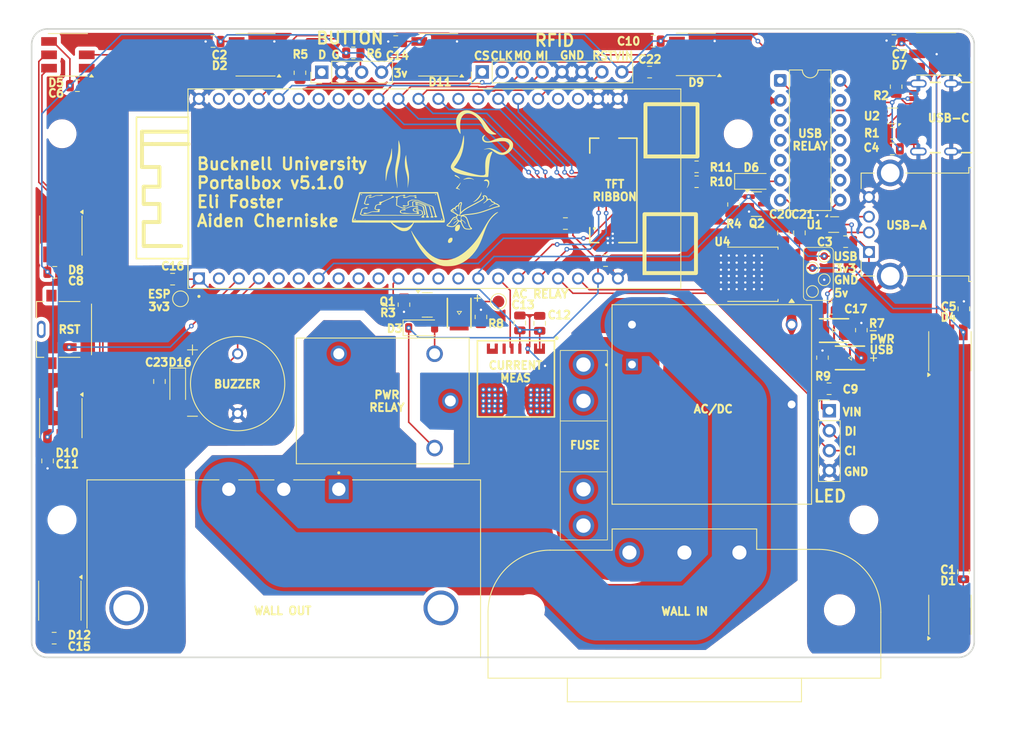
<source format=kicad_pcb>
(kicad_pcb (version 20241229) (generator "pcbnew") (generator_version "9.0")
  (layers (0 "F.Cu" signal) (2 "B.Cu" signal) (13 "F.Paste" user) (15 "B.Paste" user) (5 "F.SilkS" user "F.Silkscreen") (7 "B.SilkS" user "B.Silkscreen") (1 "F.Mask" user) (3 "B.Mask" user) (25 "Edge.Cuts" user))
  (net 0 "")
  (net 1 "/AC_NEUTRAL")
  (net 2 "/WALL_HOT")
  (net 3 "/AC_HOT")
  (net 4 "+3V3")
  (net 5 "GND")
  (net 6 "+5V")
  (net 7 "Net-(D1-CO)")
  (net 8 "Net-(D1-DO)")
  (net 9 "Net-(D2-CO)")
  (net 10 "Net-(D2-DO)")
  (net 11 "Net-(D3-A)")
  (net 12 "Net-(D4-DO)")
  (net 13 "Net-(D4-CO)")
  (net 14 "Net-(D5-DO)")
  (net 15 "Net-(D5-CO)")
  (net 16 "COIL")
  (net 17 "Net-(D7-CO)")
  (net 18 "Net-(D7-DO)")
  (net 19 "Net-(D10-DI)")
  (net 20 "Net-(D10-CI)")
  (net 21 "Net-(D11-CI)")
  (net 22 "Net-(D11-DI)")
  (net 23 "Net-(D13-K)")
  (net 24 "AC_RELAY")
  (net 25 "Net-(D14-K)")
  (net 26 "USB_RELAY")
  (net 27 "Net-(D15-K)")
  (net 28 "USBC_D+")
  (net 29 "USBC_D-")
  (net 36 "USBA_D+")
  (net 37 "USBA_D-")
  (net 40 "SCL")
  (net 41 "SCK")
  (net 42 "MEM_CS")
  (net 43 "TFT_CS")
  (net 44 "MOSI")
  (net 45 "TFT_RESET")
  (net 46 "LITE")
  (net 47 "TFT_DC")
  (net 48 "TS_CS")
  (net 49 "MISO")
  (net 50 "SD_CS")
  (net 51 "SDA")
  (net 52 "RFID_RST")
  (net 53 "RFID_CS")
  (net 54 "/GPIO44")
  (net 55 "/GPIO46")
  (net 56 "/GPIO0")
  (net 57 "/GPIO3")
  (net 58 "/GPIO20")
  (net 59 "/GPIO19")
  (net 60 "/GPIO45")
  (net 61 "/GPIO43")
  (net 62 "BUTTON")
  (net 63 "BUZZER")
  (net 64 "RESET")
  (net 67 "CURRENT")
  (net 68 "/GPIO40")
  (net 69 "/WALL_HOT_FUSED")
  (net 70 "/C_D+")
  (net 71 "/C_D-")
  (net 72 "Net-(D10-DO)")
  (net 73 "Net-(D10-CO)")
  (net 74 "/DO9")
  (net 75 "/CO9")
  (net 76 "Earth")
  (net 77 "/S2R")
  (net 78 "/CO10")
  (net 79 "/DO10")
  (net 80 "/GPIO39")
  (net 81 "/GPIO15")
  (net 82 "/GPIO42")
  (net 83 "/GPIO17")
  (net 84 "/GPIO5")
  (net 85 "/GPIO16")
  (net 86 "/GPIO41")
  (net 87 "/GPIO6")
  (net 88 "unconnected-(U5-3V3.-PadJ1_2)")
  (net 89 "LED_CI")
  (net 90 "LED_DI")
  (net 91 "/CC1")
  (net 92 "/CC2")
  (net 93 "/LED_3V")
  (net 94 "/GPIO8")
  (net 95 "ESP3vo")
  (footprint "portalbox:TLE4971" (layer "F.Cu") (at 150.6 97.13725 -90)
    (property "Reference" "U3" (hide yes))
    (property "Value" "TLE4971-A050T5-U-E0001" (hide yes))
  )
  (footprint "Connector_PinHeader_2.54mm:PinHeader_1x08_P2.54mm_Vertical" (layer "F.Cu") (at 146.31 58.625 90)
    (property "Reference" "J5" (hide yes))
    (property "Value" "RFID-RC522")
  )
  (footprint "portalbox:BULGIN_PX0675_PC" (layer "F.Cu") (at 121.05 124.65 -90)
    (property "Reference" "A2" (hide yes))
    (property "Value" "PX0675/PC")
  )
  (footprint "Package_TO_SOT_SMD:TO-252-2" (layer "F.Cu") (at 180.66 84.38 180)
    (property "Reference" "U4" (hide yes))
    (property "Value" "AP7363-33D-13")
  )
  (footprint "Capacitor_SMD:C_0805_2012Metric" (layer "F.Cu") (at 91.82 130.7)
    (property "Reference" "C15" (hide yes))
    (property "Value" "2.2uF")
  )
  (footprint "Capacitor_SMD:C_0805_2012Metric" (layer "F.Cu") (at 156.9 77.92 180)
    (property "Reference" "C19" (hide yes))
    (property "Value" "0.1uF")
  )
  (footprint "LED_SMD:LED_RGB_5050-6" (layer "F.Cu") (at 117.45 56.4425 180)
    (property "Reference" "D2" (hide yes))
    (property "Value" "APA102")
  )
  (footprint "Diode_SMD:D_SOD-123" (layer "F.Cu") (at 107.55 98.675 -90)
    (property "Reference" "D16" (hide yes))
    (property "Value" "D_Small")
  )
  (footprint "portalbox:Fuse_Custom" (layer "F.Cu") (at 152.5 112.4 90)
    (property "Reference" "F1" (hide yes))
    (property "Value" "Fuse")
  )
  (footprint "Capacitor_SMD:C_0805_2012Metric" (layer "F.Cu") (at 106.9 85)
    (property "Reference" "C16" (hide yes))
    (property "Value" "10uF")
  )
  (footprint "Diode_SMD:D_SOD-123" (layer "F.Cu") (at 180.8 72.55)
    (property "Reference" "D6" (hide yes))
    (property "Value" "CFRM104-HF")
  )
  (footprint "Capacitor_SMD:C_0805_2012Metric" (layer "F.Cu") (at 192.575 80.225 180)
    (property "Reference" "C3" (hide yes))
    (property "Value" "0.1uF")
  )
  (footprint "LED_SMD:LED_RGB_5050-6" (layer "F.Cu") (at 92.6675 102.688334 -90)
    (property "Reference" "D10" (hide yes))
    (property "Value" "APA102")
  )
  (footprint "Capacitor_SMD:C_0805_2012Metric" (layer "F.Cu") (at 167.62 58.64)
    (property "Reference" "C22" (hide yes))
    (property "Value" "4.7uF")
  )
  (footprint "Resistor_SMD:R_0805_2012Metric" (layer "F.Cu") (at 199 60.5 -90)
    (property "Reference" "R2" (hide yes))
    (property "Value" "5.1k")
  )
  (footprint "portalbox:ESP32-S3-DEVKITC-1-N8R8-OFFICIAL" (layer "F.Cu") (at 140.22 73.48 90)
    (property "Reference" "U5" (hide yes))
    (property "Value" "ESP32-S3-DEVKITC-1-N8R8-OFFICIAL")
  )
  (footprint "LED_SMD:LED_RGB_5050-6" (layer "F.Cu") (at 205.85 127.725 90)
    (property "Reference" "D1" (hide yes))
    (property "Value" "APA102")
  )
  (footprint "portalbox:QUALTEK_703W-00_53" (layer "F.Cu") (at 172.05 119.8 180)
    (property "Reference" "A1" (hide yes))
    (property "Value" "703W-00_53")
  )
  (footprint "Package_TO_SOT_SMD:SOT-666" (layer "F.Cu") (at 198.55 64.2125 180)
    (property "Reference" "U2" (hide yes))
    (property "Value" "USBLC6-2P6")
  )
  (footprint "Package_TO_SOT_SMD:SOT-23" (layer "F.Cu") (at 181.2125 75.45)
    (property "Reference" "Q2" (hide yes))
    (property "Value" "NTR5103NT1G")
  )
  (footprint "Connector_PinHeader_2.54mm:PinHeader_1x04_P2.54mm_Vertical" (layer "F.Cu") (at 190.5 101.75)
    (property "Reference" "J6" (hide yes))
    (property "Value" "Conn_01x04")
  )
  (footprint "Capacitor_SMD:C_0805_2012Metric" (layer "F.Cu") (at 190.47 98.95)
    (property "Reference" "C9" (hide yes))
    (property "Value" "10uF")
  )
  (footprint "Capacitor_SMD:C_0805_2012Metric" (layer "F.Cu") (at 207.575 122.25 90)
    (property "Reference" "C1" (hide yes))
    (property "Value" "2.2uF")
  )
  (footprint "Capacitor_SMD:C_0805_2012Metric" (layer "F.Cu") (at 198.73 54.63 180)
    (property "Reference" "C7" (hide yes))
    (property "Value" "2.2uF")
  )
  (footprint "Resistor_SMD:R_0805_2012Metric" (layer "F.Cu") (at 136.35 88.25 90)
    (property "Reference" "R3" (hide yes))
    (property "Value" "10k")
  )
  (footprint "MountingHole:MountingHole_3.2mm_M3" (layer "F.Cu") (at 92.82 115.64)
    (property "Reference" "H4" (hide yes))
    (property "Value" "MountingHole")
  )
  (footprint "portalbox:XDCR_AI-1223-TWT-3V-2-R" (layer "F.Cu") (at 115.175 98.3)
    (property "Reference" "BZ1" (hide yes))
    (property "Value" "Buzzer")
  )
  (footprint "Resistor_SMD:R_0805_2012Metric" (layer "F.Cu") (at 198.525 66.425)
    (property "Reference" "R1" (hide yes))
    (property "Value" "5.1k")
  )
  (footprint "Capacitor_SMD:C_0805_2012Metric" (layer "F.Cu") (at 105.225 98.025 -90)
    (property "Reference" "C23" (hide yes))
    (property "Value" "2.2uF")
  )
  (footprint "Capacitor_SMD:C_0805_2012Metric" (layer "F.Cu") (at 162.01 82.64 180)
    (property "Reference" "C18" (hide yes))
    (property "Value" "10uF")
  )
  (footprint "Capacitor_SMD:C_0805_2012Metric" (layer "F.Cu") (at 184.65 79.1 90)
    (property "Reference" "C20" (hide yes))
    (property "Value" "10uF")
  )
  (footprint "Resistor_SMD:R_0805_2012Metric" (layer "F.Cu") (at 146.15 89.8125 90)
    (property "Reference" "R8" (hide yes))
    (property "Value" "1k")
  )
  (footprint "Capacitor_SMD:C_0805_2012Metric" (layer "F.Cu") (at 91.9 84.125)
    (property "Reference" "C8" (hide yes))
    (property "Value" "2.2uF")
  )
  (footprint "MountingHole:MountingHole_3.2mm_M3" (layer "F.Cu") (at 178.9 66.49)
    (property "Reference" "H3" (hide yes))
    (property "Value" "MountingHole")
  )
  (footprint "Capacitor_SMD:C_0805_2012Metric" (layer "F.Cu") (at 207.625 88.775 90)
    (property "Reference" "C5" (hide yes))
    (property "Value" "2.2uF")
  )
  (footprint "LED_SMD:LED_RGB_5050-6" (layer "F.Cu") (at 93.5675 56.4425 180)
    (property "Reference" "D5" (hide yes))
    (property "Value" "APA102")
  )
  (footprint "MountingHole:MountingHole_3.2mm_M3" (layer "F.Cu") (at 92.82 66.49)
    (property "Reference" "H2" (hide yes))
    (property "Value" "MountingHole")
  )
  (footprint "Resistor_SMD:R_0805_2012Metric" (layer "F.Cu") (at 173.6 70.7 180)
    (property "Reference" "R11" (hide yes))
    (property "Value" "10k")
  )
  (footprint "Capacitor_SMD:C_0805_2012Metric" (layer "F.Cu") (at 168.075 54.7 180)
    (property "Reference" "C10" (hide yes))
    (property "Value" "2.2uF")
  )
  (footprint "Package_TO_SOT_SMD:SOT-666" (layer "F.Cu") (at 191.05 78.05)
    (property "Reference" "U1" (hide yes))
    (property "Value" "USBLC6-2P6")
  )
  (footprint "Resistor_SMD:R_0805_2012Metric" (layer "F.Cu") (at 178.3 75.5 90)
    (property "Reference" "R4" (hide yes))
    (property "Value" "10k")
  )
  (footprint "Resistor_SMD:R_0805_2012Metric" (layer "F.Cu") (at 123.11 58.73 90)
    (property "Reference" "R5" (hide yes))
    (property "Value" "10k")
  )
  (footprint "Connector_PinHeader_2.54mm:PinHeader_1x04_P2.54mm_Vertical" (layer "F.Cu") (at 125.88 58.65 90)
    (property "Reference" "SW2" (hide yes))
    (property "Value" "SW_DPST")
  )
  (footprint "LED_SMD:LED_RGB_5050-6" (layer "F.Cu") (at 204.08 56.3225 180)
    (property "Reference" "D7" (hide yes))
    (property "Value" "APA102")
  )
  (footprint "Resistor_SMD:R_0805_2012Metric" (layer "F.Cu") (at 173.6 72.6 180)
    (property "Reference" "R10" (hide yes))
    (property "Value" "10k")
  )
  (footprint "portalbox:MakerELogoSilkscreen" (layer "F.Cu") (at 139.975 75.5)
    (property "Reference" "TP4" (hide yes))
    (property "Value" "Silkscreen Image" (hide yes))
  )
  (footprint "portalbox:WL-SMTW_3528" (layer "F.Cu") (at 193.125 95.025)
    (property "Reference" "D15" (hide yes))
    (property "Value" "LED")
  )
  (footprint "LED_SMD:LED_RGB_5050-6" (layer "F.Cu") (at 92.5425 125.926667 -90)
    (property "Reference" "D12" (hide yes))
    (property "Value" "APA102")
  )
  (footprint "TestPoint:TestPoint_Pad_D1.5mm" (layer "F.Cu") (at 107.9 87.5)
    (property "Reference" "TP2" (hide yes))
    (property "Value" "ESP 3.3V+")
  )
  (footprint "Capacitor_SMD:C_0805_2012Metric" (layer "F.Cu") (at 190.625 88.725)
    (property "Reference" "C17" (hide yes))
    (property "Value" "10uF")
  )
  (footprint "portalbox:GCT_USB4105-GF-A" (layer "F.Cu") (at 206.0125 64.4275 90)
    (property "Reference" "J2" (hide yes))
    (property "Value" "USB_C")
  )
  (footprint "portalbox:AMPHENOL_87520-0010ALF" (layer "F.Cu") (at 198.25 78.05 90)
    (property "Reference" "J1" (hide yes))
    (property "Value" "USB_A")
  )
  (footprint "Capacitor_SMD:C_0805_2012Metric" (layer "F.Cu") (at 186.69 79.105 90)
    (property "Reference" "C21" (hide yes))
    (property "Value" "0.1uF")
  )
  (footprint "LED_SMD:LED_RGB_5050-6" (layer "F.Cu") (at 140.7 56.4425 180)
    (property "Reference" "D11" (hide yes))
    (property "Value" "APA102")
  )
  (footprint "portalbox:RELAY_PR28-5V-360-1A-E" (layer "F.Cu") (at 134.15 100.5 180)
    (property "Reference" "K1" (hide yes))
    (property "Value" "PR28-5V-360-1A-E")
  )
  (footprint "portalbox:adafruit_ribbon_conn" (layer "F.Cu") (at 163 73.7 90)
    (property "Reference" "J4" (hide yes))
    (property "Value" "6871XX149022_687118149022")
  )
  (footprint "portalbox:WL-SMTW_3528" (layer "F.Cu") (at 191.1 91.54 180)
    (property "Reference" "D13" (hide yes))
    (property "Value" "LED")
  )
  (footprint "portalbox:FourTPs" (layer "F.Cu") (at 188.025 86.55 90)
    (property "Reference" "TP3" (hide yes))
    (property "Value" "~" (hide yes))
  )
  (footprint "Package_TO_SOT_SMD:SOT-23" (layer "F.Cu") (at 139.3125 88.275)
    (property "Reference" "Q1" (hide yes))
    (property "Value" "NTR5103NT1G")
  )
  (footprint "portalbox:WL-SMTW_3528" (layer "F.Cu") (at 143.375 89.3 90)
    (property "Reference" "D14" (hide yes))
    (property "Value" "LED")
  )
  (footprint "MountingHole:MountingHole_3.2mm_M3" (layer "F.Cu") (at 194.89 115.64)
    (property "Reference" "H1" (hide yes))
    (property "Value" "MountingHole")
  )
  (footprint "Capacitor_SMD:C_0805_2012Metric" (layer "F.Cu") (at 112.05 54.75 180)
    (property "Reference" "C2" (hide yes))
    (property "Value" "2.2uF")
  )
  (footprint "portalbox:CONV_RACM06E-05SK_277" (layer "F.Cu") (at 175.5375 100.95)
    (property "Reference" "PS1" (hide yes))
    (property "Value" "RACM06E-05SK_277")
  )
  (footprint "Capacitor_SMD:C_0805_2012Metric" (layer "F.Cu") (at 198.525 68.425 180)
    (property "Reference" "C4" (hide yes))
    (property "Value" "0.1uF")
  )
  (footprint "TestPoint:TestPoint_Pad_D1.5mm" (layer "F.Cu") (at 148.375 87.85)
    (property "Reference" "TP1" (hide yes))
    (property "Value" "AC_RELAY")
  )
  (footprint "Resistor_SMD:R_0805_2012Metric" (layer "F.Cu") (at 194.575 91.49 90)
    (property "Reference" "R7" (hide yes))
    (property "Value" "1k")
  )
  (footprint "Diode_SMD:D_SOD-123" (layer "F.Cu") (at 138.6 91.2)
    (property "Reference" "D3" (hide yes))
    (property "Value" "D_Small")
  )
  (footprint "Capacitor_SMD:C_0805_2012Metric" (layer "F.Cu") (at 151.1 90.575 90)
    (property "Reference" "C13" (hide yes))
    (property "Value" "0.1uF")
  )
  (footprint "Resistor_SMD:R_0805_2012Metric" (layer "F.Cu") (at 189.625 95 90)
    (property "Reference" "R9" (hide yes))
    (property "Value" "1k")
  )
  (footprint "Package_DIP:DIP-14_W7.62mm" (layer "F.Cu") (at 184.25 59.7)
    (property "Reference" "J3" (hide yes))
    (property "Value" "A 14-LC-TT")
  )
  (footprint "Capacitor_SMD:C_0805_2012Metric" (layer "F.Cu") (at 135.3 54.75 180)
    (property "Reference" "C14" (hide yes))
    (property "Value" "2.2uF")
  )
  (footprint "Capacitor_SMD:C_0805_2012Metric" (layer "F.Cu") (at 94.775 60.375)
    (property "Reference" "C6" (hide yes))
    (property "Value" "2.2uF")
  )
  (footprint "LED_SMD:LED_RGB_5050-6" (layer "F.Cu") (at 205.85 94.175 90)
    (property "Reference" "D4" (hide yes))
    (property "Value" "APA102")
  )
  (footprint "Capacitor_SMD:C_0805_2012Metric" (layer "F.Cu") (at 90.98 108.14 -90)
    (property "Reference" "C11" (hide yes))
    (property "Value" "2.2uF")
  )
  (footprint "LED_SMD:LED_RGB_5050-6" (layer "F.Cu") (at 173.5 56.3925 180)
    (property "Reference" "D9" (hide yes))
    (property "Value" "APA102")
  )
  (footprint "portalbox:SW_TL3336AF160Q" (layer "F.Cu") (at 90.175 91.4 90)
    (property "Reference" "SW1" (hide yes))
    (property "Value" "BUTTON")
  )
  (footprint "Resistor_SMD:R_0805_2012Metric" (layer "F.Cu") (at 129.9 56.2)
    (property "Reference" "R6" (hide yes))
    (property "Value" "1k")
  )
  (footprint "LED_SMD:LED_RGB_5050-6" (layer "F.Cu") (at 92.6675 79.45 -90)
    (property "Reference" "D8" (hide yes))
    (property "Value" "APA102")
  )
  (footprint "Capacitor_SMD:C_0805_2012Metric" (layer "F.Cu") (at 153.625 90.625 90)
    (property "Reference" "C12" (hide yes))
    (property "Value" "10uF")
  )
  (gr_arc (start 90.95 133.15) (mid 89.535786 132.564214) (end 88.95 131.15) (stroke (width 0.2)) (layer "Edge.Cuts"))
  (gr_line (start 88.95 131.15) (end 88.95 55.15) (stroke (width 0.2)) (layer "Edge.Cuts"))
  (gr_arc (start 208.95 131.15) (mid 208.364214 132.564214) (end 206.95 133.15) (stroke (width 0.2)) (layer "Edge.Cuts"))
  (gr_line (start 90.95 53.15) (end 206.95 53.15) (stroke (width 0.2)) (layer "Edge.Cuts"))
  (gr_line (start 206.95 133.15) (end 90.95 133.15) (stroke (width 0.2)) (layer "Edge.Cuts"))
  (gr_line (start 208.95 55.15) (end 208.95 131.15) (stroke (width 0.2)) (layer "Edge.Cuts"))
  (gr_arc (start 206.95 53.15) (mid 208.364214 53.735786) (end 208.95 55.15) (stroke (width 0.2)) (layer "Edge.Cuts"))
  (gr_arc (start 88.95 55.15) (mid 89.535786 53.735786) (end 90.95 53.15) (stroke (width 0.2)) (layer "Edge.Cuts"))
  (gr_text "R4" (at 177.2 78.55 0) (layer "F.SilkS") (effects (font (size 1 1) (thickness 0.25) (bold yes)) (justify left bottom)))
  (gr_text "U2" (at 194.75 64.825 0) (layer "F.SilkS") (effects (font (size 1 1) (thickness 0.25) (bold yes)) (justify left bottom)))
  (gr_text "R1" (at 194.775 67 0) (layer "F.SilkS") (effects (font (size 1 1) (thickness 0.25) (bold yes)) (justify left bottom)))
  (gr_text "C11" (at 91.875 109.125 0) (layer "F.SilkS") (effects (font (size 1 1) (thickness 0.25) (bold yes)) (justify left bottom)))
  (gr_text "C12" (at 154.5 90.15 0) (layer "F.SilkS") (effects (font (size 1 1) (thickness 0.25) (bold yes)) (justify left bottom)))
  (gr_text "R10" (at 175.1 73.2 0) (layer "F.SilkS") (effects (font (size 1 1) (thickness 0.25) (bold yes)) (justify left bottom)))
  (gr_text "GND" (at 192.225 110.1 0) (layer "F.SilkS") (effects (font (size 1 1) (thickness 0.25) (bold yes)) (justify left bottom)))
  (gr_text "C15" (at 93.4 132.35 0) (layer "F.SilkS") (effects (font (size 1 1) (thickness 0.25) (bold yes)) (justify left bottom)))
  (gr_text "D2" (at 111.75 58.4 0) (layer "F.SilkS") (effects (font (size 1 1) (thickness 0.25) (bold yes)) (justify left bottom)))
  (gr_text "D7" (at 198.275 58.35 0) (layer "F.SilkS") (effects (font (size 1 1) (thickness 0.25) (bold yes)) (justify left bottom)))
  (gr_text "TFT\nRIBBON" (at 163.175 75.1 0) (layer "F.SilkS") (effects (font (size 1 1) (thickness 0.25) (bold yes)) (justify bottom)))
  (gr_text "C13" (at 149.9 88.85 0) (layer "F.SilkS") (effects (font (size 1 1) (thickness 0.25) (bold yes)) (justify left bottom)))
  (gr_text "C9" (at 192.05 99.6 0) (layer "F.SilkS") (effects (font (size 1 1) (thickness 0.25) (bold yes)) (justify left bottom)))
  (gr_text "D16" (at 106.225 96.175 0) (layer "F.SilkS") (effects (font (size 1 1) (thickness 0.25) (bold yes)) (justify left bottom)))
  (gr_text "U1" (at 187.45 78.675 0) (layer "F.SilkS") (effects (font (size 1 1) (thickness 0.25) (bold yes)) (justify left bottom)))
  (gr_text "C20" (at 182.675 77.325 0) (layer "F.SilkS") (effects (font (size 1 1) (thickness 0.25) (bold yes)) (justify left bottom)))
  (gr_text "CLK" (at 147.225 57.15 0) (layer "F.SilkS") (effects (font (size 1 1) (thickness 0.25) (bold yes)) (justify left bottom)))
  (gr_text "VIN" (at 192.05 102.5 0) (layer "F.SilkS") (effects (font (size 1 1) (thickness 0.25) (bold yes)) (justify left bottom)))
  (gr_text "VIN" (at 162.975 57.15 0) (layer "F.SilkS") (effects (font (size 1 1) (thickness 0.25) (bold yes)) (justify left bottom)))
  (gr_text "C3" (at 188.775 80.85 0) (layer "F.SilkS") (effects (font (size 1 1) (thickness 0.25) (bold yes)) (justify left bottom)))
  (gr_text "WALL IN" (at 168.975 127.875 0) (layer "F.SilkS") (effects (font (size 1 1) (thickness 0.25) (bold yes)) (justify left bottom)))
  (gr_text "USB-C" (at 202.9 65.075 0) (layer "F.SilkS") (effects (font (size 1 1) (thickness 0.25) (bold yes)) (justify left bottom)))
  (gr_text "D8" (at 93.45 84.425 0) (layer "F.SilkS") (effects (font (size 1 1) (thickness 0.25) (bold yes)) (justify left bottom)))
  (gr_text "DI" (at 192.3 104.95 0) (layer "F.SilkS") (effects (font (size 1 1) (thickness 0.25) (bold yes)) (justify left bottom)))
  (gr_text "R2" (at 195.95 62.225 0) (layer "F.SilkS") (effects (font (size 1 1) (thickness 0.25) (bold yes)) (justify left bottom)))
  (gr_text "R7" (at 195.4 91.225 0) (layer "F.SilkS") (effects (font (size 1 1) (thickness 0.25) (bold yes)) (justify left bottom)))
  (gr_text "C21" (at 185.5 77.35 0) (layer "F.SilkS") (effects (font (size 1 1) (thickness 0.25) (bold yes)) (justify left bottom)))
  (gr_text "C4" (at 194.725 68.85 0) (layer "F.SilkS") (effects (font (size 1 1) (thickness 0.25) (bold yes)) (justify left bottom)))
  (gr_text "C16" (at 105.3 83.925 0) (layer "F.SilkS") (effects (font (size 1 1) (thickness 0.25) (bold yes)) (justify left bottom)))
  (gr_text "C22" (at 166.025 57.6 0) (layer "F.SilkS") (effects (font (size 1 1) (thickness 0.25) (bold yes)) (justify left bottom)))
  (gr_text "Bucknell University\nPortalbox v5.1.0\nEli Foster\nAiden Cherniske" (at 109.825 78.45 0) (layer "F.SilkS") (effects (font (size 1.5 1.5) (thickness 0.3) (bold yes)) (justify left bottom)))
  (gr_text "5v" (at 191 87.35 0) (layer "F.SilkS") (effects (font (size 1 1) (thickness 0.25) (bold yes)) (justify left bottom)))
  (gr_text "C2" (at 111.725 57.05 0) (layer "F.SilkS") (effects (font (size 1 1) (thickness 0.25) (bold yes)) (justify left bottom)))
  (gr_text "D11" (at 139.325 60.5 0) (layer "F.SilkS") (effects (font (size 1 1) (thickness 0.25) (bold yes)) (justify left bottom)))
  (gr_text "D" (at 125.275 57.025 0) (layer "F.SilkS") (effects (font (size 1 1) (thickness 0.25) (bold yes)) (justify left bottom)))
  (gr_text "C8" (at 93.45 85.825 0) (layer "F.SilkS") (effects (font (size 1 1) (thickness 0.25) (bold yes)) (justify left bottom)))
  (gr_text "D10" (at 91.85 107.7 0) (layer "F.SilkS") (effects (font (size 1 1) (thickness 0.25) (bold yes)) (justify left bottom)))
  (gr_text "D6" (at 179.425 71.375 0) (layer "F.SilkS") (effects (font (size 1 1) (thickness 0.25) (bold yes)) (justify left bottom)))
  (gr_text "R11" (at 175.125 71.35 0) (layer "F.SilkS") (effects (font (size 1 1) (thickness 0.25) (bold yes)) (justify left bottom)))
  (gr_text "AC/DC" (at 173.1 102.125 0) (layer "F.SilkS") (effects (font (size 1 1) (thickness 0.25) (bold yes)) (justify left bottom)))
  (gr_text "C7" (at 198.3 56.975 0) (layer "F.SilkS") (effects (font (size 1 1) (thickness 0.25) (bold yes)) (justify left bottom)))
  (gr_text "D4" (at 204.525 90.45 0) (layer "F.SilkS") (effects (font (size 1 1) (thickness 0.25) (bold yes)) (justify left bottom)))
  (gr_text "RST" (at 92.25 92 0) (layer "F.SilkS") (effects (font (size 1 1) (thickness 0.25) (bold yes)) (justify left bottom)))
  (gr_text "AC RELAY" (at 153.725 87.5 0) (layer "F.SilkS") (effects (font (size 1 1) (thickness 0.25) (bold yes)) (justify bottom)))
  (gr_text "USB\nRELAY" (at 188.05 68.65 0) (layer "F.SilkS") (effects (font (size 1 1) (thickness 0.25) (bold yes)) (justify bottom)))
  (gr_text "RST" (at 160.175 57.15 0) (layer "F.SilkS") (effects (font (size 1 1) (thickness 0.25) (bold yes)) (justify left bottom)))
  (gr_text "ESP\n3v3" (at 105.2 89.1 0) (layer "F.SilkS") (effects (font (size 1 1) (thickness 0.25) (bold yes)) (justify bottom)))
  (gr_text "C10\n" (at 163.325 55.3 0) (layer "F.SilkS") (effects (font (size 1 1) (thickness 0.25) (bold yes)) (justify left bottom)))
  (gr_text "Q1" (at 133.1 88.45 0) (layer "F.SilkS") (effects (font (size 1 1) (thickness 0.25) (bold yes)) (justify left bottom)))
  (gr_text "USB" (at 190.9 82.7 0) (layer "F.SilkS") (effects (font (size 1 1) (thickness 0.25) (bold yes)) (justify left bottom)))
  (gr_text "D1" (at 204.475 124 0) (layer "F.SilkS") (effects (font (size 1 1) (thickness 0.25) (bold yes)) (justify left bottom)))
  (gr_text "R6" (at 131.425 56.875 0) (layer "F.SilkS") (effects (font (size 1 1) (thickness 0.25) (bold yes)) (justify left bottom)))
  (gr_text "CI" (at 192.25 107.45 0) (layer "F.SilkS") (effects (font (size 1 1) (thickness 0.25) (bold yes)) (justify left bottom)))
  (gr_text "U4" (at 175.725 80.825 0) (layer "F.SilkS") (effects (font (size 1 1) (thickness 0.25) (bold yes)) (justify left bottom)))
  (gr_text "R3" (at 133.175 89.875 0) (layer "F.SilkS") (effects (font (size 1 1) (thickness 0.25) (bold yes)) (justify left bottom)))
  (gr_text "FUSE" (at 157.35 106.725 0) (layer "F.SilkS") (effects (font (size 1 1) (thickness 0.25) (bold yes)) (justify left bottom)))
  (gr_text "GND" (at 156.075 57.1 0) (layer "F.SilkS") (effects (font (size 1 1) (thickness 0.25) (bold yes)) (justify left bottom)))
  (gr_text "LED" (at 188.35 113.5 0) (layer "F.SilkS") (effects (font (size 1.5 1.5) (thickness 0.3) (bold yes)) (justify left bottom)))
  (gr_text "PWR" (at 195.475 93.225 0) (layer "F.SilkS") (effects (font (size 1 1) (thickness 0.25) (bold yes)) (justify left bottom)))
  (gr_text "C14" (at 133.9 57.125 0) (layer "F.SilkS") (effects (font (size 1 1) (thickness 0.25) (bold yes)) (justify left bottom)))
  (gr_text "Q2" (at 180.1 78.5 0) (layer "F.SilkS") (effects (font (size 1 1) (thickness 0.25) (bold yes)) (justify left bottom)))
  (gr_text "GND" (at 190.95 85.7 0) (layer "F.SilkS") (effects (font (size 1 1) (thickness 0.25) (bold yes)) (justify left bottom)))
  (gr_text "USB" (at 195.475 94.575 0) (layer "F.SilkS") (effects (font (size 1 1) (thickness 0.25) (bold yes)) (justify left bottom)))
  (gr_text "D12" (at 93.425 130.9 0) (layer "F.SilkS") (effects (font (size 1 1) (thickness 0.25) (bold yes)) (justify left bottom)))
  (gr_text "BUTTON" (at 125.025 55.2 0) (layer "F.SilkS") (effects (font (size 1.5 1.5) (thickness 0.3) (bold yes)) (justify left bottom)))
  (gr_text "G" (at 126.975 57.025 0) (layer "F.SilkS") (effects (font (size 1 1) (thickness 0.25) (bold yes)) (justify left bottom)))
  (gr_text "RFID" (at 152.825 55.5 0) (layer "F.SilkS") (effects (font (size 1.5 1.5) (thickness 0.3) (bold yes)) (justify left bottom)))
  (gr_text "3v3" (at 191.05 84.225 0) (layer "F.SilkS") (effects (font (size 1 1) (thickness 0.25) (bold yes)) (justify left bottom)))
  (gr_text "C17" (at 192.25 89.375 0) (layer "F.SilkS") (effects (font (size 1 1) (thickness 0.25) (bold yes)) (justify left bottom)))
  (gr_text "C5" (at 204.55 89.075 0) (layer "F.SilkS") (effects (font (size 1 1) (thickness 0.25) (bold yes)) (justify left bottom)))
  (gr_text "WALL OUT" (at 117.125 127.8 0) (layer "F.SilkS") (effects (font (size 1 1) (thickness 0.25) (bold yes)) (justify left bottom)))
  (gr_text "D5" (at 90.925 60.575 0) (layer "F.SilkS") (effects (font (size 1 1) (thickness 0.25) (bold yes)) (justify left bottom)))
  (gr_text "D9" (at 172.4 60.55 0) (layer "F.SilkS") (effects (font (size 1 1) (thickness 0.25) (bold yes)) (justify left bottom)))
  (gr_text "R9" (at 188.55 97.95 0) (layer "F.SilkS") (effects (font (size 1 1) (thickness 0.25) (bold yes)) (justify left bottom)))
  (gr_text "C6" (at 90.925 61.925 0) (layer "F.SilkS") (effects (font (size 1 1) (thickness 0.25) (bold yes)) (justify left bottom)))
  (gr_text "C1" (at 204.475 122.575 0) (layer "F.SilkS") (effects (font (size 1 1) (thickness 0.25) (bold yes)) (justify left bottom)))
  (gr_text "C23" (at 103.25 96.175 0) (layer "F.SilkS") (effects (font (size 1 1) (thickness 0.25) (bold yes)) (justify left bottom)))
  (gr_text "R8" (at 146.925 91.25 0) (layer "F.SilkS") (effects (font (size 1 1) (thickness 0.25) (bold yes)) (justify left bottom)))
  (gr_text "CS" (at 145.125 57.15 0) (layer "F.SilkS") (effects (font (size 1 1) (thickness 0.25) (bold yes)) (justify left bottom)))
  (gr_text "MI" (at 152.925 57.15 0) (layer "F.SilkS") (effects (font (size 1 1) (thickness 0.25) (bold yes)) (justify left bottom)))
  (gr_text "USB-A" (at 197.6 78.725 0) (layer "F.SilkS") (effects (font (size 1 1) (thickness 0.25) (bold yes)) (justify left bottom)))
  (gr_text "3v" (at 134.9 59.375 0) (layer "F.SilkS") (effects (font (size 1 1) (thickness 0.25) (bold yes)) (justify left bottom)))
  (gr_text "PWR\nRELAY" (at 134.175 101.925 0) (layer "F.SilkS") (effects (font (size 1 1) (thickness 0.25) (bold yes)) (justify bottom)))
  (gr_text "D3" (at 134.025 91.875 0) (layer "F.SilkS") (effects (font (size 1 1) (thickness 0.25) (bold yes)) (justify left bottom)))
  (gr_text "MO" (at 150.2 57.15 0) (layer "F.SilkS") (effects (font (size 1 1) (thickness 0.25) (bold yes)) (justify left bottom)))
  (gr_text "R5" (at 122.025 56.975 0) (layer "F.SilkS") (effects (font (size 1 1) (thickness 0.25) (bold yes)) (justify left bottom)))
  (gr_text "CURRENT\nMEAS" (at 150.55 98.175 0) (layer "F.SilkS") (effects (font (size 1 1) (thickness 0.25) (bold yes)) (justify bottom)))
  (segment (start 179.05 119.8) (end 179.05 121.709188) (width 7) (layer "B.Cu") (net 1))
  (segment (start 121.216878 120.72) (end 114.05 113.553122) (width 7) (layer "B.Cu") (net 1))
  (segment (start 154.22 120.72) (end 121.216878 120.72) (width 7) (layer "B.Cu") (net 1))
  (segment (start 114.05 113.553122) (end 114.05 111.75) (width 7) (layer "B.Cu") (net 1))
  (segment (start 179.05 100.6325) (end 179.05 119.8) (width 7) (layer "B.Cu") (net 1))
  (segment (start 169.2075 90.79) (end 179.05 100.6325) (width 7) (layer "B.Cu") (net 1))
  (segment (start 173.259188 127.5) (end 161 127.5) (width 7) (layer "B.Cu") (net 1))
  (segment (start 161 127.5) (end 154.22 120.72) (width 7) (layer "B.Cu") (net 1))
  (segment (start 179.05 121.709188) (end 173.259188 127.5) (width 7) (layer "B.Cu") (net 1))
  (segment (start 165.3775 90.79) (end 169.2075 90.79) (width 7) (layer "B.Cu") (net 1))
  (segment (start 159.2 116.375) (end 159.2 111.75) (width 7) (layer "F.Cu") (net 2))
  (segment (start 162.625 119.8) (end 159.2 116.375) (width 7) (layer "F.Cu") (net 2))
  (segment (start 165.05 119.8) (end 162.625 119.8) (width 7) (layer "F.Cu") (net 2))
  (segment (start 128.05 94.5) (end 128.05 111.75) (width 7) (layer "F.Cu") (net 3))
  (segment (start 91.1675 54.7425) (end 91.6175 54.7425) (width 0.2) (layer "F.Cu") (net 4))
  (segment (start 90.87 130.7) (end 90.87 128.354167) (width 0.2) (layer "F.Cu") (net 4))
  (segment (start 138.3 54.7425) (end 136.2575 54.7425) (width 0.2) (layer "F.Cu") (net 4))
  (segment (start 207.55 91.775) (end 207.55 91.75) (width 0.2) (layer "F.Cu") (net 4))
  (segment (start 169.0325 54.6925) (end 169.025 54.7) (width 0.2) (layer "F.Cu") (net 4))
  (segment (start 207.55 123.225) (end 207.575 123.2) (width 0.2) (layer "F.Cu") (net 4))
  (segment (start 90.9675 84.1075) (end 90.95 84.125) (width 0.2) (layer "F.Cu") (net 4))
  (segment (start 181.4 54.7) (end 182.356 55.656) (width 0.2) (layer "F.Cu") (net 4))
  (segment (start 188.35 83.575) (end 187.175 83.575) (width 0.2) (layer "F.Cu") (net 4))
  (segment (start 199.68 54.63) (end 201.6725 54.63) (width 0.2) (layer "F.Cu") (net 4))
  (segment (start 136.2575 54.7425) (end 136.25 54.75) (width 0.2) (layer "F.Cu") (net 4))
  (segment (start 90.98 107.19) (end 90.98 105.100834) (width 0.2) (layer "F.Cu") (net 4))
  (segment (start 89.56 127.044167) (end 89.56 108.61) (width 0.2) (layer "F.Cu") (net 4))
  (segment (start 182.356 55.656) (end 198.654 55.656) (width 0.2) (layer "F.Cu") (net 4))
  (segment (start 207.55 91.75) (end 207.55 89.8) (width 0.2) (layer "F.Cu") (net 4))
  (segment (start 207.55 89.8) (end 207.625 89.725) (width 0.2) (layer "F.Cu") (net 4))
  (segment (start 207.55 125.325) (end 207.55 123.225) (width 0.2) (layer "F.Cu") (net 4))
  (segment (start 166.67 58.64) (end 164.105 58.64) (width 0.2) (layer "F.Cu") (net 4))
  (segment (start 89.56 108.61) (end 90.98 107.19) (width 0.2) (layer "F.Cu") (net 4))
  (segment (start 185.7 82.1) (end 185.425 82.1) (width 0.2) (layer "F.Cu") (net 4))
  (segment (start 90.87 128.354167) (end 90.8425 128.326667) (width 0.2) (layer "F.Cu") (net 4))
  (segment (start 171.1 54.6925) (end 169.0325 54.6925) (width 0.2) (layer "F.Cu") (net 4))
  (segment (start 185.7 82.1) (end 184.65 81.05) (width 0.2) (layer "F.Cu") (net 4))
  (segment (start 90.98 105.100834) (end 90.9675 105.088334) (width 0.2) (layer "F.Cu") (net 4))
  (segment (start 90.9675 81.85) (end 90.9675 84.07) (width 0.2) (layer "F.Cu") (net 4))
  (segment (start 198.654 55.656) (end 199.31 55) (width 0.2) (layer "F.Cu") (net 4))
  (segment (start 201.6725 54.63) (end 201.68 54.6225) (width 0.2) (layer "F.Cu") (net 4))
  (segment (start 184.65 81.05) (end 184.65 80.05) (width 0.2) (layer "F.Cu") (net 4))
  (segment (start 185.7 82.1) (end 186.69 81.11) (width 0.2) (layer "F.Cu") (net 4))
  (segment (start 91.6175 54.7425) (end 93.825 56.95) (width 0.2) (layer "F.Cu") (net 4))
  (segment (start 199.31 55) (end 199.7 55) (width 0.2) (layer "F.Cu") (net 4))
  (segment (start 164.105 58.64) (end 164.09 58.625) (width 0.2) (layer "F.Cu") (net 4))
  (segment (start 186.69 81.11) (end 186.69 80.055) (width 0.2) (layer "F.Cu") (net 4))
  (segment (start 90.8425 128.326667) (end 89.56 127.044167) (width 0.2) (layer "F.Cu") (net 4))
  (segment (start 93.825 56.95) (end 93.825 60.375) (width 0.2) (layer "F.Cu") (net 4))
  (segment (start 90.9675 84.07) (end 90.9675 84.1075) (width 0.2) (layer "F.Cu") (net 4))
  (segment (start 113.0075 54.7425) (end 113 54.75) (width 0.2) (layer "F.Cu") (net 4))
  (segment (start 115.05 54.7425) (end 113.0075 54.7425) (width 0.2) (layer "F.Cu") (net 4))
  (segment (start 187.175 83.575) (end 185.7 82.1) (width 0.2) (layer "F.Cu") (net 4))
  (via (at 90.9675 105.088334) (size 0.6) (drill 0.3) (layers "F.Cu" "B.Cu") (net 4))
  (via (at 90.9675 84.07) (size 0.6) (drill 0.3) (layers "F.Cu" "B.Cu") (net 4))
  (via (at 93.825 60.375) (size 0.6) (drill 0.3) (layers "F.Cu" "B.Cu") (net 4))
  (via (at 207.55 91.75) (size 0.6) (drill 0.3) (layers "F.Cu" "B.Cu") (net 4))
  (via (at 181.4 54.7) (size 0.6) (drill 0.3) (layers "F.Cu" "B.Cu") (net 4))
  (via (at 199.7 55) (size 0.6) (drill 0.3) (layers "F.Cu" "B.Cu") (net 4))
  (via (at 207.575 123.2) (size 0.6) (drill 0.3) (layers "F.Cu" "B.Cu") (net 4))
  (via (at 138.3 54.7425) (size 0.6) (drill 0.3) (layers "F.Cu" "B.Cu") (net 4))
  (via (at 169.0325 54.6925) (size 0.6) (drill 0.3) (layers "F.Cu" "B.Cu") (net 4))
  (via (at 113 54.75) (size 0.6) (drill 0.3) (layers "F.Cu" "B.Cu") (net 4))
  (via (at 128.9875 56.2) (size 0.6) (drill 0.3) (layers "F.Cu" "B.Cu") (net 4))
  (via (at 188.35 83.575) (size 0.6) (drill 0.3) (layers "F.Cu" "B.Cu") (net 4))
  (segment (start 128.9875 56.2) (end 128.51 56.2) (width 0.2) (layer "B.Cu") (net 4))
  (segment (start 137.4075 54.7425) (end 138.3 54.7425) (width 0.2) (layer "B.Cu") (net 4))
  (segment (start 100.34 53.86) (end 112.11 53.86) (width 0.2) (layer "B.Cu") (net 4))
  (segment (start 207.575 123.2) (end 207.575 91.775) (width 0.2) (layer "B.Cu") (net 4))
  (segment (start 128.51 56.2) (end 126.21 53.9) (width 0.2) (layer "B.Cu") (net 4))
  (segment (start 133.5 58.65) (end 131.05 56.2) (width 0.2) (layer "B.Cu") (net 4))
  (segment (start 207.55 91.75) (end 204.54 88.74) (width 0.2) (layer "B.Cu") (net 4))
  (segment (start 133.5 58.65) (end 137.4075 54.7425) (width 0.2) (layer "B.Cu") (net 4))
  (segment (start 91.67 95.4) (end 91.67 104.385834) (width 0.2) (layer "B.Cu") (net 4))
  (segment (start 93.825 60.375) (end 100.34 53.86) (width 0.2) (layer "B.Cu") (net 4))
  (segment (start 200.065 55) (end 204.13 59.065) (width 0.2) (layer "B.Cu") (net 4))
  (segment (start 204.13 88.33) (end 204.54 88.74) (width 0.2) (layer "B.Cu") (net 4))
  (segment (start 204.13 59.065) (end 204.13 88.33) (width 0.2) (layer "B.Cu") (net 4))
  (segment (start 193.45 83.575) (end 198.615 88.74) (width 0.2) (layer "B.Cu") (net 4))
  (segment (start 138.3 54.7425) (end 139.1925 53.85) (width 0.2) (layer "B.Cu") (net 4))
  (segment (start 139.1925 53.85) (end 159.315 53.85) (width 0.2) (layer "B.Cu") (net 4))
  (segment (start 113.85 53.9) (end 126.21 53.9) (width 0.2) (layer "B.Cu") (net 4))
  (segment (start 207.575 91.775) (end 207.55 91.75) (width 0.2) (layer "B.Cu") (net 4))
  (segment (start 131.05 56.2) (end 128.9875 56.2) (width 0.2) (layer "B.Cu") (net 4))
  (segment (start 112.11 53.86) (end 113 54.75) (width 0.2) (layer "B.Cu") (net 4))
  (segment (start 169.1025 54.6225) (end 169.0325 54.6925) (width 0.2) (layer "B.Cu") (net 4))
  (segment (start 169.825 53.9) (end 169.0325 54.6925) (width 0.2) (layer "B.Cu") (net 4))
  (segment (start 169.0325 54.6925) (end 168.0225 54.6925) (width 0.2) (layer "B.Cu") (net 4))
  (segment (start 93.825 60.375) (end 90.25 63.95) (width 0.2) (layer "B.Cu") (net 4))
  (segment (start 91.67 84.7725) (end 91.67 95.4) (width 0.2) (layer "B.Cu") (net 4))
  (segment (start 180.6 53.9) (end 169.825 53.9) (width 0.2) (layer "B.Cu") (net 4))
  (segment (start 188.35 83.575) (end 193.45 83.575) (width 0.2) (layer "B.Cu") (net 4))
  (segment (start 198.615 88.74) (end 204.54 88.74) (width 0.2) (layer "B.Cu") (net 4))
  (segment (start 90.9675 84.07) (end 91.67 84.7725) (width 0.2) (layer "B.Cu") (net 4))
  (segment (start 90.25 83.3525) (end 90.9675 84.07) (width 0.2) (layer "B.Cu") (net 4))
  (segment (start 199.7 55) (end 200.065 55) (width 0.2) (layer "B.Cu") (net 4))
  (segment (start 90.25 63.95) (end 90.25 83.3525) (width 0.2) (layer "B.Cu") (net 4))
  (segment (start 181.4 54.7) (end 180.6 53.9) (width 0.2) (layer "B.Cu") (net 4))
  (segment (start 91.67 104.385834) (end 90.9675 105.088334) (width 0.2) (layer "B.Cu") (net 4))
  (segment (start 168.0225 54.6925) (end 164.09 58.625) (width 0.2) (layer "B.Cu") (net 4))
  (segment (start 159.315 53.85) (end 164.09 58.625) (width 0.2) (layer "B.Cu") (net 4))
  (segment (start 113 54.75) (end 113.85 53.9) (width 0.2) (layer "B.Cu") (net 4))
  (segment (start 162.96 82.64) (end 162.96 83) (width 0.2) (layer "F.Cu") (net 5))
  (segment (start 157 77.6) (end 156.68 77.92) (width 0.2) (layer "F.Cu") (net 5))
  (segment (start 156.68 77.92) (end 155.95 77.92) (width 0.2) (layer "F.Cu") (net 5))
  (segment (start 189.3 78.05) (end 190.125 78.05) (width 0.2) (layer "F.Cu") (net 5))
  (segment (start 189 76.85) (end 189 77.75) (width 0.2) (layer "F.Cu") (net 5))
  (segment (start 159.65 76.95) (end 158.7 76.95) (width 0.2) (layer "F.Cu") (net 5))
  (segment (start 134.35 54.75) (end 135.4 53.7) (width 0.2) (layer "F.Cu") (net 5))
  (segment (start 197.6125 65.726642) (end 197.6125 66.425) (width 0.2) (layer "F.Cu") (net 5))
  (segment (start 158.601 76.851) (end 157.249 76.851) (width 0.2) (layer "F.Cu") (net 5))
  (segment (start 162.96 83) (end 162.96 84.28) (width 0.2) (layer "F.Cu") (net 5))
  (segment (start 157 77.1) (end 157 77.6) (width 0.2) (layer "F.Cu") (net 5))
  (segment (start 162.96 84.28) (end 163.59 84.91) (width 0.2) (layer "F.Cu") (net 5))
  (segment (start 201.2575 67.6275) (end 201.2575 68.1725) (width 0.2) (layer "F.Cu") (net 5))
  (segment (start 158.7 76.95) (end 158.601 76.851) (width 0.2) (layer "F.Cu") (net 5))
  (segment (start 135.4 53.7) (end 142.0575 53.7) (width 0.2) (layer "F.Cu") (net 5))
  (segment (start 199.475 64.2125) (end 199.126642 64.2125) (width 0.2) (layer "F.Cu") (net 5))
  (segment (start 157.249 76.851) (end 157 77.1) (width 0.2) (layer "F.Cu") (net 5))
  (segment (start 189 77.75) (end 189.3 78.05) (width 0.2) (layer "F.Cu") (net 5))
  (segment (start 142.0575 53.7) (end 143.1 54.7425) (width 0.2) (layer "F.Cu") (net 5))
  (segment (start 201.2575 68.1725) (end 201.8325 68.7475) (width 0.2) (layer "F.Cu") (net 5))
  (segment (start 159.65 70.95) (end 159.65 70.45) (width 0.2) (layer "F.Cu") (net 5))
  (segment (start 199.126642 64.2125) (end 197.6125 65.726642) (width 0.2) (layer "F.Cu") (net 5))
  (via (at 189 76.85) (size 0.6) (drill 0.3) (layers "F.Cu" "B.Cu") (net 5))
  (via (at 179.8 86.275) (size 0.6) (drill 0.3) (layers "F.Cu" "B.Cu") (net 5))
  (via (at 176.7 85.425) (size 0.6) (drill 0.3) (layers "F.Cu" "B.Cu") (net 5))
  (via (at 204.16 56.36) (size 0.6) (drill 0.3) (layers "F.Cu" "B.Cu") (net 5))
  (via (at 197.78 54.63) (size 0.6) (drill 0.3) (layers "F.Cu" "B.Cu") (net 5))
  (via (at 179.8 82) (size 0.6) (drill 0.3) (layers "F.Cu" "B.Cu") (net 5))
  (via (at 176.7 86.275) (size 0.6) (drill 0.3) (layers "F.Cu" "B.Cu") (net 5))
  (via (at 146.15 88.9) (size 0.6) (drill 0.3) (layers "F.Cu" "B.Cu") (net 5))
  (via (at 194.575 90.5775) (size 0.6) (drill 0.3) (layers "F.Cu" "B.Cu") (net 5))
  (via (at 180.9 82.9) (size 0.6) (drill 0.3) (layers "F.Cu" "B.Cu") (net 5))
  (via (at 162.925 79.8) (size 0.6) (drill 0.3) (layers "F.Cu" "B.Cu") (net 5))
  (via (at 178.7 84.6) (size 0.6) (drill 0.3) (layers "F.Cu" "B.Cu") (net 5))
  (via (at 177.7 85.425) (size 0.6) (drill 0.3) (layers "F.Cu" "B.Cu") (net 5))
  (via (at 178.7 83.8) (size 0.6) (drill 0.3) (layers "F.Cu" "B.Cu") (net 5))
  (via (at 162.925 79.225) (size 0.6) (drill 0.3) (layers "F.Cu" "B.Cu") (net 5))
  (via (at 181.9 83.8) (size 0.6) (drill 0.3) (layers "F.Cu" "B.Cu") (net 5))
  (via (at 189.85 85.075) (size 0.6) (drill 0.3) (layers "F.Cu" "B.Cu") (net 5))
  (via (at 207.625 87.825) (size 0.6) (drill 0.3) (layers "F.Cu" "B.Cu") (net 5))
  (via (at 90.98 109.09) (size 0.6) (drill 0.3) (layers "F.Cu" "B.Cu") (net 5))
  (via (at 178.7 85.425) (size 0.6) (drill 0.3) (layers "F.Cu" "B.Cu") (net 5))
  (via (at 178.7 82) (size 0.6) (drill 0.3) (layers "F.Cu" "B.Cu") (net 5))
  (via (at 162.3 80.4) (size 0.6) (drill 0.3) (layers "F.Cu" "B.Cu") (net 5))
  (via (at 119.85 54.7425) (size 0.5) (drill 0.3) (layers "F.Cu" "B.Cu") (net 5))
  (via (at 179.8 85.425) (size 0.6) (drill 0.3) (layers "F.Cu" "B.Cu") (net 5))
  (via (at 179.8 84.6) (size 0.6) (drill 0.3) (layers "F.Cu" "B.Cu") (net 5))
  (via (at 176.7 82) (size 0.6) (drill 0.3) (layers "F.Cu" "B.Cu") (net 5))
  (via (at 179.8 83.8) (size 0.6) (drill 0.3) (layers "F.Cu" "B.Cu") (net 5))
  (via (at 178.7 86.275) (size 0.6) (drill 0.3) (layers "F.Cu" "B.Cu") (net 5))
  (via (at 180.275 76.4) (size 0.6) (drill 0.3) (layers "F.Cu" "B.Cu") (net 5))
  (via (at 162.3 79.825) (size 0.6) (drill 0.3) (layers "F.Cu" "B.Cu") (net 5))
  (via (at 176.7 82.9) (size 0.6) (drill 0.3) (layers "F.Cu" "B.Cu") (net 5))
  (via (at 181.9 86.275) (size 0.6) (drill 0.3) (layers "F.Cu" "B.Cu") (net 5))
  (via (at 176.7 83.8) (size 0.6) (drill 0.3) (layers "F.Cu" "B.Cu") (net 5))
  (via (at 177.7 82.9) (size 0.6) (drill 0.3) (layers "F.Cu" "B.Cu") (net 5))
  (via (at 175.9 54.6925) (size 0.6) (drill 0.3) (layers "F.Cu" "B.Cu") (net 5))
  (via (at 176.7 84.6) (size 0.6) (drill 0.3) (layers "F.Cu" "B.Cu") (net 5))
  (via (at 177.7 83.8) (size 0.6) (drill 0.3) (layers "F.Cu" "B.Cu") (net 5))
  (via (at 181.9 85.425) (size 0.6) (drill 0.3) (layers "F.Cu" "B.Cu") (net 5))
  (via (at 111.1 54.75) (size 0.6) (drill 0.3) (layers "F.Cu" "B.Cu") (net 5))
  (via (at 181.9 82.9) (size 0.6) (drill 0.3) (layers "F.Cu" "B.Cu") (net 5))
  (via (at 179.8 82.9) (size 0.6) (drill 0.3) (layers "F.Cu" "B.Cu") (net 5))
  (via (at 180.9 83.8) (size 0.6) (drill 0.3) (layers "F.Cu" "B.Cu") (net 5))
  (via (at 136.35 89.1625) (size 0.6) (drill 0.3) (layers "F.Cu" "B.Cu") (net 5))
  (via (at 177.7 82) (size 0.6) (drill 0.3) (layers "F.Cu" "B.Cu") (net 5))
  (via (at 181.9 82) (size 0.6) (drill 0.3) (layers "F.Cu" "B.Cu") (net 5))
  (via (at 178.7 82.9) (size 0.6) (drill 0.3) (layers "F.Cu" "B.Cu") (net 5))
  (via (at 180.9 86.275) (size 0.6) (drill 0.3) (layers "F.Cu" "B.Cu") (net 5))
  (via (at 177.7 86.275) (size 0.6) (drill 0.3) (layers "F.Cu" "B.Cu") (net 5))
  (via (at 181.9 84.6) (size 0.6) (drill 0.3) (layers "F.Cu" "B.Cu") (net 5))
  (via (at 189.625 94.0875) (size 0.6) (drill 0.3) (layers "F.Cu" "B.Cu") (net 5))
  (via (at 162.925 80.375) (size 0.6) (drill 0.3) (layers "F.Cu" "B.Cu") (net 5))
  (via (at 180.9 85.425) (size 0.6) (drill 0.3) (layers "F.Cu" "B.Cu") (net 5))
  (via (at 134.35 54.75) (size 0.6) (drill 0.3) (layers "F.Cu" "B.Cu") (net 5))
  (via (at 143.1 54.7425) (size 0.5) (drill 0.3) (layers "F.Cu" "B.Cu") (net 5))
  (via (at 180.9 82) (size 0.6) (drill 0.3) (layers "F.Cu" "B.Cu") (net 5))
  (via (at 177.7 84.6) (size 0.6) (drill 0.3) (layers "F.Cu" "B.Cu") (net 5))
  (via (at 180.9 84.6) (size 0.6) (drill 0.3) (layers "F.Cu" "B.Cu") (net 5))
  (segment (start 180.075 72.55) (end 179.15 72.55) (width 0.2) (layer "F.Cu") (net 6))
  (segment (start 184.25 62.24) (end 182.89 62.24) (width 0.2) (layer "F.Cu") (net 6))
  (segment (start 176.375 77.95) (end 176.85395 77.47105) (width 0.2) (layer "F.Cu") (net 6))
  (segment (start 176.649 72.6) (end 176.649 72.626) (width 0.2) (layer "F.Cu") (net 6))
  (segment (start 199.475 67.933) (end 200.5805 66.8275) (width 0.2) (layer "F.Cu") (net 6))
  (segment (start 185.6975 90.79) (end 185.6975 86.6625) (width 1) (layer "F.Cu") (net 6))
  (segment (start 179.1 72.6) (end 179.15 72.55) (width 0.2) (layer "F.Cu") (net 6))
  (segment (start 189.52 98.95) (end 189.52 97.945) (width 0.2) (layer "F.Cu") (net 6))
  (segment (start 171.11 81.25) (end 162.45 81.25) (width 0.2) (layer "F.Cu") (net 6))
  (segment (start 176.55 77.95) (end 176.825 77.675) (width 0.2) (layer "F.Cu") (net 6))
  (segment (start 176.649 72.926) (end 176.974 72.601) (width 0.2) (layer "F.Cu") (net 6))
  (segment (start 179.95 77.95) (end 180.07 78.07) (width 0.2) (layer "F.Cu") (net 6))
  (segment (start 176.325 77.95) (end 176.375 77.95) (width 0.2) (layer "F.Cu") (net 6))
  (segment (start 189.675 88.45) (end 188.35 87.125) (width 0.2) (layer "F.Cu") (net 6))
  (segment (start 176.825 77.675) (end 176.875 77.675) (width 0.2) (layer "F.Cu") (net 6))
  (segment (start 193.3 78.05) (end 193.325 78.075) (width 0.2) (layer "F.Cu") (net 6))
  (segment (start 183.6 81.6) (end 180.07 78.07) (width 0.2) (layer "F.Cu") (net 6))
  (segment (start 176.175 77.95) (end 175.975 77.95) (width 0.2) (layer "F.Cu") (net 6))
  (segment (start 198.5 62.5) (end 196.625 62.5) (width 0.2) (layer "F.Cu") (net 6))
  (segment (start 176.649 72.626) (end 176.4875 72.7875) (width 0.2) (layer "F.Cu") (net 6))
  (segment (start 176.649 72.275) (end 176.649 71.399) (width 0.2) (layer "F.Cu") (net 6))
  (segment (start 200.5805 66.8275) (end 201.2575 66.8275) (width 0.2) (layer "F.Cu") (net 6))
  (segment (start 176.8 77.95) (end 176.95 77.8) (width 0.2) (layer "F.Cu") (net 6))
  (segment (start 178 72.6) (end 179.1 72.6) (width 0.2) (layer "F.Cu") (net 6))
  (segment (start 183.25 62.525) (end 183.965 62.525) (width 0.2) (layer "F.Cu") (net 6))
  (segment (start 176.55 77.95) (end 176.325 77.95) (width 0.2) (layer "F.Cu") (net 6))
  (segment (start 183.26 62.24) (end 182.975 62.525) (width 0.2) (layer "F.Cu") (net 6))
  (segment (start 174.41 77.95) (end 171.11 81.25) (width 0.2) (layer "F.Cu") (net 6))
  (segment (start 157.86 79.44) (end 157.86 78.75) (width 0.2) (layer "F.Cu") (net 6))
  (segment (start 176.649 71.399) (end 175.95 70.7) (width 0.2) (layer "F.Cu") (net 6))
  (segment (start 161.05 84.91) (end 161.05 82.72) (width 0.2) (layer "F.Cu") (net 6))
  (segment (start 177.33 77.95) (end 177.1339 77.7539) (width 0.2) (layer "F.Cu") (net 6))
  (segment (start 176.649 77.2661) (end 176.649 76.925) (width 0.2) (layer "F.Cu") (net 6))
  (segment (start 196.625 62.5) (end 192.325 58.2) (width 0.2) (layer "F.Cu") (net 6))
  (segment (start 198.5 63.825) (end 198.1125 64.2125) (width 0.2) (layer "F.Cu") (net 6))
  (segment (start 176.649 76.925) (end 176.649 77.276) (width 0.2) (layer "F.Cu") (net 6))
  (segment (start 198.5 62.5) (end 198.5 63.825) (width 0.2) (layer "F.Cu") (net 6))
  (segment (start 177.2 72.6) (end 176.974 72.6) (width 0.2) (layer "F.Cu") (net 6))
  (segment (start 176.05 72.6) (end 176.3 72.6) (width 0.2) (layer "F.Cu") (net 6))
  (segment (start 176.325 77.95) (end 176.175 77.95) (width 0.2) (layer "F.Cu") (net 6))
  (segment (start 189.675 88.725) (end 189.675 88.45) (width 0.2) (layer "F.Cu") (net 6))
  (segment (start 183.2 61.975) (end 183.3 62.075) (width 0.2) (layer "F.Cu") (net 6))
  (segment (start 182.85 62.925) (end 182.85 69.775) (width 0.2) (layer "F.Cu") (net 6))
  (segment (start 185.7 86.66) (end 183.6 84.56) (width 0.2) (layer "F.Cu") (net 6))
  (segment (start 176.649 72.6) (end 176.649 72.275) (width 0.2) (layer "F.Cu") (net 6))
  (segment (start 192.325 58.2) (end 183.4 58.2) (width 0.2) (layer "F.Cu") (net 6))
  (segment (start 189.52 98.95) (end 189.52 101.42) (width 0.2) (layer "F.Cu") (net 6))
  (segment (start 176.649 73.175) (end 176.649 73.075) (width 0.2) (layer "F.Cu") (net 6))
  (segment (start 182.975 62.525) (end 182.9 62.6) (width 0.2) (layer "F.Cu") (net 6))
  (segment (start 161.06 82.64) (end 157.86 79.44) (width 0.2) (layer "F.Cu") (net 6))
  (segment (start 174.5125 72.6) (end 176.05 72.6) (width 0.2) (layer "F.Cu") (net 6))
  (segment (start 183.4 58.2) (end 182.85 58.75) (width 0.2) (layer "F.Cu") (net 6))
  (segment (start 198.1125 64.2125) (end 197.625 64.2125) (width 0.2) (layer "F.Cu") (net 6))
  (segment (start 176.775 77.95) (end 176.8 77.95) (width 0.2) (layer "F.Cu") (net 6))
  (segment (start 161.05 82.72) (end 161.05 82.65) (width 0.2) (layer "F.Cu") (net 6))
  (segment (start 161.06 82.64) (end 161.06 82.53) (width 0.2) (layer "F.Cu") (net 6))
  (segment (start 177.33 77.95) (end 179.95 77.95) (width 0.2) (layer "F.Cu") (net 6))
  (segment (start 188.35 86.575) (end 185.785 86.575) (width 0.5) (layer "F.Cu") (net 6))
  (segment (start 136.95 103.2) (end 136.95 91.2) (width 0.2) (layer "F.Cu") (net 6))
  (segment (start 183.2 61.975) (end 182.85 61.625) (width 0.2) (layer "F.Cu") (net 6))
  (segment (start 183.465 62.24) (end 183.2 61.975) (width 0.2) (layer "F.Cu") (net 6))
  (segment (start 189.52 101.42) (end 189.85 101.75) (width 0.2) (layer "F.Cu") (net 6))
  (segment (start 183.25 62.525) (end 182.85 62.925) (width 0.2) (layer "F.Cu") (net 6))
  (segment (start 183.25 62.525) (end 183.4 62.375) (width 0.2) (layer "F.Cu") (net 6))
  (segment (start 188.35 87.125) (end 188.35 86.575) (width 0.2) (layer "F.Cu") (net 6))
  (segment (start 162.45 81.25) (end 161.06 82.64) (width 0.2) (layer "F.Cu") (net 6))
  (segment (start 176.94145 77.55855) (end 176.85395 77.47105) (width 0.2) (layer "F.Cu") (net 6))
  (segment (start 182.89 62.24) (end 182.85 62.2) (width 0.2) (layer "F.Cu") (net 6))
  (segment (start 157.86 78.75) (end 157.85 78.74) (width 0.2) (layer "F.Cu") (net 6))
  (segment (start 183.6 84.56) (end 183.6 81.6) (width 0.2) (layer "F.Cu") (net 6))
  (segment (start 177.2 72.6) (end 177.8 72.6) (width 0.2) (layer "F.Cu") (net 6))
  (segment (start 157.85 77.92) (end 159.62 77.92) (width 0.2) (layer "F.Cu") (net 6))
  (segment (start 182.975 61.925) (end 182.925 61.875) (width 0.2) (layer "F.Cu") (net 6))
  (segment (start 176.775 77.95) (end 176.55 77.95) (width 0.2) (layer "F.Cu") (net 6))
  (segment (start 177.8 72.6) (end 178 72.6) (width 0.2) (layer "F.Cu") (net 6))
  (segment (start 176.649 72.949) (end 176.4875 72.7875) (width 0.2) (layer "F.Cu") (net 6))
  (segment (start 189.675 91.54) (end 189.675 88.725) (width 0.2) (layer "F.Cu") (net 6))
  (segment (start 185.6975 94.1225) (end 185.6975 90.79) (width 0.2) (layer "F.Cu") (net 6))
  (segment (start 176.649 73.075) (end 176.649 72.949) (width 0.2) (layer "F.Cu") (net 6))
  (segment (start 140.25 106.5) (end 136.95 103.2) (width 0.2) (layer "F.Cu") (net 6))
  (segment (start 175.975 77.95) (end 174.41 77.95) (width 0.2) (layer "F.Cu") (net 6))
  (segment (start 195.54 81.365) (end 195.54 81.55) (width 0.2) (layer "F.Cu") (net 6))
  (segment (start 182.85 61.625) (end 182.85 62.2) (width 0.2) (layer "F.Cu") (net 6))
  (segment (start 182.85 58.75) (end 182.85 61.625) (width 0.2) (layer "F.Cu") (net 6))
  (segment (start 176.974 72.6) (end 176.649 72.275) (width 0.2) (layer "F.Cu") (net 6))
  (segment (start 182.85 62.2) (end 182.85 62.925) (width 0.2) (layer "F.Cu") (net 6))
  (segment (start 176.649 73.075) (end 176.649 72.6) (width 0.2) (layer "F.Cu") (net 6))
  (segment (start 193.525 80.225) (end 194.4 80.225) (width 0.2) (layer "F.Cu") (net 6))
  (segment (start 184.25 62.24) (end 183.26 62.24) (width 0.2) (layer "F.Cu") (net 6))
  (segment (start 174.5125 70.7) (end 175.95 70.7) (width 0.2) (layer "F.Cu") (net 6))
  (segment (start 194.4 80.225) (end 195.54 81.365) (width 0.2) (layer "F.Cu") (net 6))
  (segment (start 201.2575 66.8275) (end 201.4565 66.6285) (width 0.2) (layer "F.Cu") (net 6))
  (segment (start 176.85395 77.47105) (end 176.649 77.2661) (width 0.2) (layer "F.Cu") (net 6))
  (segment (start 176.4875 72.7875) (end 176.3 72.6) (width 0.2) (layer "F.Cu") (net 6))
  (segment (start 195.54 81.55) (end 195.54 82.86) (width 0.2) (layer "F.Cu") (net 6))
  (segment (start 176.324 72.6) (end 176.649 72.275) (width 0.2) (layer "F.Cu") (net 6))
  (segment (start 183.24 62.24) (end 182.975 61.975) (width 0.2) (layer "F.Cu") (net 6))
  (segment (start 183.4 62.375) (end 183.425 62.375) (width 0.2) (layer "F.Cu") (net 6))
  (segment (start 177 77.8) (end 177.05 77.85) (width 0.2) (layer "F.Cu") (net 6))
  (segment (start 195.215 81.875) (end 195.54 81.55) (width 0.2) (layer "F.Cu") (net 6))
  (segment (start 177.33 77.95) (end 176.775 77.95) (width 0.2) (layer "F.Cu") (net 6))
  (segment (start 183.3 62.075) (end 183.6 62.075) (width 0.2) (layer "F.Cu") (net 6))
  (segment (start 183.965 62.525) (end 184.25 62.24) (width 0.2) (layer "F.Cu") (net 6))
  (segment (start 176.3 72.6) (end 177.8 72.6) (width 0.2) (layer "F.Cu") (net 6))
  (segment (start 182.85 69.775) (end 180.075 72.55) (width 0.2) (layer "F.Cu") (net 6))
  (segment (start 177.1339 77.751) (end 176.94145 77.55855) (width 0.2) (layer "F.Cu") (net 6))
  (segment (start 176.974 72.601) (end 176.974 72.6) (width 0.2) (layer "F.Cu") (net 6))
  (segment (start 176.175 77.95) (end 176.675 77.45) (width 0.2) (layer "F.Cu") (net 6))
  (segment (start 191.975 78.05) (end 193.3 78.05) (width 0.2) (layer "F.Cu") (net 6))
  (segment (start 176.95 77.8) (end 177 77.8) (width 0.2) (layer "F.Cu") (net 6))
  (segment (start 176.649 76.925) (end 176.649 73.175) (width 0.2) (layer "F.Cu") (net 6))
  (segment (start 176.649 72.6) (end 177.2 72.6) (width 0.2) (layer "F.Cu") (net 6))
  (segment (start 201.255 62.025) (end 201.2575 62.0275) (width 0.2) (layer "F.Cu") (net 6))
  (segment (start 157.85 78.74) (end 157.85 77.92) (width 0.2) (layer "F.Cu") (net 6))
  (segment (start 176.649 73.175) (end 176.649 72.926) (width 0.2) (layer "F.Cu") (net 6))
  (segment (start 176.649 77.276) (end 175.975 77.95) (width 0.2) (layer "F.Cu") (net 6))
  (segment (start 177.1339 77.7539) (end 177.1339 77.751) (width 0.2) (layer "F.Cu") (net 6))
  (segment (start 199.475 68.425) (end 199.475 67.933) (width 0.2) (layer "F.Cu") (net 6))
  (segment (start 184.25 62.24) (end 183.24 62.24) (width 0.2) (layer "F.Cu") (net 6))
  (segment (start 159.62 77.92) (end 159.65 77.95) (width 0.2) (layer "F.Cu") (net 6))
  (segment (start 195.54 82.86) (end 189.675 88.725) (width 0.2) (layer "F.Cu") (net 6))
  (segment (start 185.785 86.575) (end 185.7 86.66) (width 0.2) (layer "F.Cu") (net 6))
  (segment (start 182.975 62.525) (end 182.975 61.925) (width 0.2) (layer "F.Cu") (net 6))
  (segment (start 176.05 72.6) (end 176.324 72.6) (width 0.2) (layer "F.Cu") (net 6))
  (segment (start 161.05 82.65) (end 161.06 82.64) (width 0.2) (layer "F.Cu") (net 6))
  (segment (start 189.85 101.75) (end 190.5 101.75) (width 0.2) (layer "F.Cu") (net 6))
  (segment (start 189.52 97.945) (end 185.6975 94.1225) (width 0.2) (layer "F.Cu") (net 6))
  (segment (start 200.475 62.025) (end 201.255 62.025) (width 0.2) (layer "F.Cu") (net 6))
  (segment (start 185.6975 86.6625) (end 185.7 86.66) (width 0.2) (layer "F.Cu") (net 6))
  (via (at 198.5 62.5) (size 0.6) (drill 0.3) (layers "F.Cu" "B.Cu") (net 6))
  (via (at 136.95 91.2) (size 0.6) (drill 0.3) (layers "F.Cu" "B.Cu") (net 6))
  (via (at 193.325 78.075) (size 0.6) (drill 0.3) (layers "F.Cu" "B.Cu") (net 6))
  (via (at 199.475 68.425) (size 0.6) (drill 0.3) (layers "F.Cu" "B.Cu") (net 6))
  (via (at 200.475 62.025) (size 0.6) (drill 0.3) (layers "F.Cu" "B.Cu") (net 6))
  (segment (start 138.2 92.45) (end 155.375 92.45) (width 0.2) (layer "B.Cu") (net 6))
  (segment (start 200.475 62.025) (end 198.975 62.025) (width 0.2) (layer "B.Cu") (net 6))
  (segment (start 193.325 79.335) (end 195.54 81.55) (width 0.2) (layer "B.Cu") (net 6))
  (segment (start 193.325 78.075) (end 193.325 79.335) (width 0.2) (layer "B.Cu") (net 6))
  (segment (start 198.975 62.025) (end 198.5 62.5) (width 0.2) (layer "B.Cu") (net 6))
  (segment (start 198.5 67.45) (end 199.475 68.425) (width 0.2) (layer "B.Cu") (net 6))
  (segment (start 198.5 62.5) (end 198.5 67.45) (width 0.2) (layer "B.Cu") (net 6))
  (segment (start 136.95 91.2) (end 138.2 92.45) (width 0.2) (layer "B.Cu") (net 6))
  (segment (start 161.05 86.775) (end 161.05 84.91) (width 0.2) (layer "B.Cu") (net 6))
  (segment (start 155.375 92.45) (end 161.05 86.775) (width 0.2) (layer "B.Cu") (net 6))
  (segment (start 205.85 125.325) (end 205.85 96.575) (width 0.2) (layer "F.Cu") (net 7))
  (segment (start 204.15 96.575) (end 204.15 125.325) (width 0.2) (layer "F.Cu") (net 8))
  (segment (start 115.05 56.4425) (end 95.9675 56.4425) (width 0.2) (layer "F.Cu") (net 9))
  (segment (start 95.9675 58.1425) (end 115.05 58.1425) (width 0.2) (layer "F.Cu") (net 10))
  (segment (start 140.3125 94.4375) (end 140.25 94.5) (width 0.2) (layer "F.Cu") (net 11))
  (segment (start 140.25 91.2) (end 140.25 88.275) (width 0.2) (layer "F.Cu") (net 11))
  (segment (start 140.25 91.2) (end 140.25 94.5) (width 0.2) (layer "F.Cu") (net 11))
  (segment (start 140.355 94.395) (end 140.25 94.5) (width 0.2) (layer "B.Cu") (net 11))
  (segment (start 204.15 59.56) (end 204.15 91.775) (width 0.2) (layer "F.Cu") (net 12))
  (segment (start 205.6875 58.0225) (end 204.15 59.56) (width 0.2) (layer "F.Cu") (net 12))
  (segment (start 206.48 58.0225) (end 205.6875 58.0225) (width 0.2) (layer "F.Cu") (net 12))
  (segment (start 206.932 56.3225) (end 207.781 57.1715) (width 0.2) (layer "F.Cu") (net 13))
  (segment (start 207.781 70.67) (end 205.85 72.601) (width 0.2) (layer "F.Cu") (net 13))
  (segment (start 205.85 72.601) (end 205.85 91.775) (width 0.2) (layer "F.Cu") (net 13))
  (segment (start 207.781 57.1715) (end 207.781 70.67) (width 0.2) (layer "F.Cu") (net 13))
  (segment (start 206.48 56.3225) (end 206.932 56.3225) (width 0.2) (layer "F.Cu") (net 13))
  (segment (start 94.3675 76.6) (end 93.5185 75.751) (width 0.2) (layer "F.Cu") (net 14))
  (segment (start 90.2675 59.0425) (end 91.1675 58.1425) (width 0.2) (layer "F.Cu") (net 14))
  (segment (start 94.3675 77.05) (end 94.3675 76.6) (width 0.2) (layer "F.Cu") (net 14))
  (segment (start 93.5185 75.751) (end 93.5185 75.749) (width 0.2) (layer "F.Cu") (net 14))
  (segment (start 93.5165 75.749) (end 90.2675 72.5) (width 0.2) (layer "F.Cu") (net 14))
  (segment (start 90.2675 72.5) (end 90.2675 59.0425) (width 0.2) (layer "F.Cu") (net 14))
  (segment (start 93.5185 75.749) (end 93.5165 75.749) (width 0.2) (layer "F.Cu") (net 14))
  (segment (start 89.8665 57.2935) (end 90.7175 56.4425) (width 0.2) (layer "F.Cu") (net 15))
  (segment (start 92.6675 75.4671) (end 89.8665 72.6661) (width 0.2) (layer "F.Cu") (net 15))
  (segment (start 92.6675 77.05) (end 92.6675 75.4671) (width 0.2) (layer "F.Cu") (net 15))
  (segment (start 89.8665 72.6661) (end 89.8665 57.2935) (width 0.2) (layer "F.Cu") (net 15))
  (segment (start 90.7175 56.4425) (end 91.1675 56.4425) (width 0.2) (layer "F.Cu") (net 15))
  (segment (start 182.15 75.45) (end 182.45 75.15) (width 0.2) (layer "F.Cu") (net 16))
  (segment (start 182.45 72.55) (end 184.1 72.55) (width 0.2) (layer "F.Cu") (net 16))
  (segment (start 184.1 72.55) (end 184.25 72.4) (width 0.2) (layer "F.Cu") (net 16))
  (segment (start 182.45 75.15) (end 182.45 72.55) (width 0.2) (layer "F.Cu") (net 16))
  (segment (start 175.97 56.3225) (end 175.9 56.3925) (width 0.2) (layer "F.Cu") (net 17))
  (segment (start 201.68 56.3225) (end 175.97 56.3225) (width 0.2) (layer "F.Cu") (net 17))
  (segment (start 175.95 56.4425) (end 175.9 56.3925) (width 0.2) (layer "F.Cu") (net 17))
  (segment (start 199.6925 58.0225) (end 201.68 58.0225) (width 0.2) (layer "F.Cu") (net 18))
  (segment (start 178.86 56.88) (end 198.55 56.88) (width 0.2) (layer "F.Cu") (net 18))
  (segment (start 177.6475 58.0925) (end 178.86 56.88) (width 0.2) (layer "F.Cu") (net 18))
  (segment (start 175.9 58.0925) (end 177.6475 58.0925) (width 0.2) (layer "F.Cu") (net 18))
  (segment (start 198.55 56.88) (end 199.6925 58.0225) (width 0.2) (layer "F.Cu") (net 18))
  (segment (start 95.1175 100.288334) (end 98.021 97.384834) (width 0.2) (layer "F.Cu") (net 19))
  (segment (start 98.021 84.7939) (end 95.0771 81.85) (width 0.2) (layer "F.Cu") (net 19))
  (segment (start 98.021 97.384834) (end 98.021 84.7939) (width 0.2) (layer "F.Cu") (net 19))
  (segment (start 95.0771 81.85) (end 94.3675 81.85) (width 0.2) (layer "F.Cu") (net 19))
  (segment (start 94.3675 100.288334) (end 95.1175 100.288334) (width 0.2) (layer "F.Cu") (net 19))
  (segment (start 97.62 97.17) (end 97.62 84.96) (width 0.2) (layer "F.Cu") (net 20))
  (segment (start 92.6675 99.838334) (end 94.745834 97.76) (width 0.2) (layer "F.Cu") (net 20))
  (segment (start 92.6675 82.43134) (end 92.6675 81.85) (width 0.2) (layer "F.Cu") (net 20))
  (segment (start 97.03 97.76) (end 97.62 97.17) (width 0.2) (layer "F.Cu") (net 20))
  (segment (start 97.62 84.96) (end 96.17 83.51) (width 0.2) (layer "F.Cu") (net 20))
  (segment (start 94.745834 97.76) (end 97.03 97.76) (width 0.2) (layer "F.Cu") (net 20))
  (segment (start 92.6675 100.288334) (end 92.6675 99.838334) (width 0.2) (layer "F.Cu") (net 20))
  (segment (start 96.17 83.51) (end 93.74616 83.51) (width 0.2) (layer "F.Cu") (net 20))
  (segment (start 93.74616 83.51) (end 92.6675 82.43134) (width 0.2) (layer "F.Cu") (net 20))
  (segment (start 171.05 56.4425) (end 171.1 56.3925) (width 0.2) (layer "F.Cu") (net 21))
  (segment (start 143.1 56.4425) (end 171.05 56.4425) (width 0.2) (layer "F.Cu") (net 21))
  (segment (start 170.3575 57.35) (end 171.1 58.0925) (width 0.2) (layer "F.Cu") (net 22))
  (segment (start 143.8925 57.35) (end 170.3575 57.35) (width 0.2) (layer "F.Cu") (net 22))
  (segment (start 143.1 58.1425) (end 143.8925 57.35) (width 0.2) (layer "F.Cu") (net 22))
  (segment (start 193.7125 91.54) (end 194.575 92.4025) (width 0.2) (layer "F.Cu") (net 23))
  (segment (start 192.525 91.54) (end 193.7125 91.54) (width 0.2) (layer "F.Cu") (net 23))
  (segment (start 136.35 87.3375) (end 135.4375 87.3375) (width 0.2) (layer "F.Cu") (net 24))
  (segment (start 138.375 87.325) (end 136.3625 87.325) (width 0.2) (layer "F.Cu") (net 24))
  (segment (start 143.375 87.875) (end 142.825 87.325) (width 0.2) (layer "F.Cu") (net 24))
  (segment (start 148.375 87.85) (end 143.4 87.85) (width 0.2) (layer "F.Cu") (net 24))
  (segment (start 134.975 86.875) (end 134.975 85.585) (width 0.2) (layer "F.Cu") (net 24))
  (segment (start 142.825 87.325) (end 138.375 87.325) (width 0.2) (layer "F.Cu") (net 24))
  (segment (start 135.4375 87.3375) (end 134.975 86.875) (width 0.2) (layer "F.Cu") (net 24))
  (segment (start 143.4 87.85) (end 143.375 87.875) (width 0.2) (layer "F.Cu") (net 24))
  (segment (start 136.3625 87.325) (end 136.35 87.3375) (width 0.2) (layer "F.Cu") (net 24))
  (segment (start 134.975 85.585) (end 135.65 84.91) (width 0.2) (layer "F.Cu") (net 24))
  (segment (start 143.375 90.725) (end 146.15 90.725) (width 0.2) (layer "F.Cu") (net 25))
  (segment (start 191.72 82.79) (end 191.005 82.075) (width 0.2) (layer "F.Cu") (net 26))
  (segment (start 191.005 82.075) (end 189.85 82.075) (width 0.2) (layer "F.Cu") (net 26))
  (segment (start 178.3875 74.5) (end 178.3 74.5875) (width 0.2) (layer "F.Cu") (net 26))
  (segment (start 190.25 86.875) (end 190.25 86.8) (width 0.2) (layer "F.Cu") (net 26))
  (segment (start 191.72 85.33) (end 191.72 82.79) (width 0.2) (layer "F.Cu") (net 26))
  (segment (start 180.275 74.5) (end 180.21 74.5) (width 0.2) (layer "F.Cu") (net 26))
  (segment (start 180.21 74.5) (end 178.3875 74.5) (width 0.2) (layer "F.Cu") (net 26))
  (segment (start 190.25 86.8) (end 191.72 85.33) (width 0.2) (layer "F.Cu") (net 26))
  (via (at 180.21 74.5) (size 0.6) (drill 0.3) (layers "F.Cu" "B.Cu") (net 26))
  (via (at 190.25 86.875) (size 0.6) (drill 0.3) (layers "F.Cu" "B.Cu") (net 26))
  (via (at 189.85 82.075) (size 0.6) (drill 0.3) (layers "F.Cu" "B.Cu") (net 26))
  (via (at 194.55 95.025) (size 0.6) (drill 0.3) (layers "F.Cu" "B.Cu") (net 26))
  (segment (start 147.811 82.119) (end 172.591 82.119) (width 0.2) (layer "B.Cu") (net 26))
  (segment (start 145.81 84.12) (end 147.811 82.119) (width 0.2) (layer "B.Cu") (net 26))
  (segment (start 194.55 95.025) (end 194.36 95.025) (width 0.2) (layer "B.Cu") (net 26))
  (segment (start 187.785 82.075) (end 180.21 74.5) (width 0.2) (layer "B.Cu") (net 26))
  (segment (start 190.275 86.9) (end 190.275 90.94) (width 0.2) (layer "B.Cu") (net 26))
  (segment (start 145.81 84.91) (end 145.81 84.12) (width 0.2) (layer "B.Cu") (net 26))
  (segment (start 194.36 95.025) (end 190.275 90.94) (width 0.2) (layer "B.Cu") (net 26))
  (segment (start 189.85 82.075) (end 187.785 82.075) (width 0.2) (layer "B.Cu") (net 26))
  (segment (start 190.25 86.875) (end 190.275 86.9) (width 0.2) (layer "B.Cu") (net 26))
  (segment (start 172.591 82.119) (end 180.21 74.5) (width 0.2) (layer "B.Cu") (net 26))
  (segment (start 191.7 95.025) (end 190.5125 95.025) (width 0.2) (layer "F.Cu") (net 27))
  (segment (start 190.5125 95.025) (end 189.625 95.9125) (width 0.2) (layer "F.Cu") (net 27))
  (segment (start 195.845 63.675) (end 191.87 59.7) (width 0.2) (layer "F.Cu") (net 28))
  (segment (start 197.7 63.675) (end 195.845 63.675) (width 0.2) (layer "F.Cu") (net 28))
  (segment (start 195.75 64.75) (end 194.525 63.525) (width 0.2) (layer "F.Cu") (net 29))
  (segment (start 194.525 63.525) (end 188.075 63.525) (width 0.2) (layer "F.Cu") (net 29))
  (segment (start 197.7 64.75) (end 195.75 64.75) (width 0.2) (layer "F.Cu") (net 29))
  (segment (start 188.075 63.525) (end 184.25 59.7) (width 0.2) (layer "F.Cu") (net 29))
  (segment (start 190.2 76.61) (end 190.2 77.5125) (width 0.2) (layer "F.Cu") (net 36))
  (segment (start 191.87 74.94) (end 190.2 76.61) (width 0.2) (layer "F.Cu") (net 36))
  (segment (start 191.87 77.4825) (end 191.9 77.5125) (width 0.2) (layer "F.Cu") (net 36))
  (segment (start 192.3625 77.05) (end 191.9 77.5125) (width 0.2) (layer "F.Cu") (net 36))
  (segment (start 195.54 77.05) (end 192.3625 77.05) (width 0.2) (layer "F.Cu") (net 36))
  (segment (start 190.2 77.5125) (end 191.9 77.5125) (width 0.2) (layer "F.Cu") (net 36))
  (segment (start 185.115 74.94) (end 184.25 74.94) (width 0.2) (layer "F.Cu") (net 37))
  (segment (start 192.3625 79.05) (end 191.9 78.5875) (width 0.2) (layer "F.Cu") (net 37))
  (segment (start 191.9 78.5875) (end 190.2 78.5875) (width 0.2) (layer "F.Cu") (net 37))
  (segment (start 190.2 78.5875) (end 188.7625 78.5875) (width 0.2) (layer "F.Cu") (net 37))
  (segment (start 195.54 79.05) (end 192.3625 79.05) (width 0.2) (layer "F.Cu") (net 37))
  (segment (start 188.7625 78.5875) (end 185.115 74.94) (width 0.2) (layer "F.Cu") (net 37))
  (segment (start 171.9 72.6) (end 171.25 71.95) (width 0.2) (layer "F.Cu") (net 40))
  (segment (start 171.25 71.95) (end 159.65 71.95) (width 0.2) (layer "F.Cu") (net 40))
  (segment (start 157.45 71.95) (end 159.65 71.95) (width 0.2) (layer "F.Cu") (net 40))
  (segment (start 172.6875 72.6) (end 171.9 72.6) (width 0.2) (layer "F.Cu") (net 40))
  (segment (start 156.8 71.4) (end 156.9 71.4) (width 0.2) (layer "F.Cu") (net 40))
  (segment (start 156.9 71.4) (end 157.45 71.95) (width 0.2) (layer "F.Cu") (net 40))
  (via (at 156.8 71.4) (size 0.6) (drill 0.3) (layers "F.Cu" "B.Cu") (net 40))
  (segment (start 156.8 70.5) (end 148.35 62.05) (width 0.2) (layer "B.Cu") (net 40))
  (segment (start 156.8 71.4) (end 156.8 70.5) (width 0.2) (layer "B.Cu") (net 40))
  (segment (start 152.225735 71.374265) (end 152.225735 71.425735) (width 0.2) (layer "F.Cu") (net 41))
  (segment (start 146.28 60.08) (end 135.08 60.08) (width 0.2) (layer "F.Cu") (net 41))
  (segment (start 146.31 59.94) (end 146.31 60.05) (width 0.2) (layer "F.Cu") (net 41))
  (segment (start 157.25 76.45) (end 159.65 76.45) (width 0.2) (layer "F.Cu") (net 41))
  (segment (start 135.08 60.08) (end 133.11 62.05) (width 0.2) (layer "F.Cu") (net 41))
  (segment (start 152.87 72.07) (end 157.25 76.45) (width 0.2) (layer "F.Cu") (net 41))
  (segment (start 152.225735 71.425735) (end 152.87 72.07) (width 0.2) (layer "F.Cu") (net 41))
  (segment (start 146.31 60.05) (end 146.28 60.08) (width 0.2) (layer "F.Cu") (net 41))
  (via (at 146.31 59.94) (size 0.6) (drill 0.3) (layers "F.Cu" "B.Cu") (net 41))
  (via (at 152.225735 71.374265) (size 0.6) (drill 0.3) (layers "F.Cu" "B.Cu") (net 41))
  (segment (start 152.19 71.39) (end 146.1 65.3) (width 0.2) (layer "B.Cu") (net 41))
  (segment (start 146.31 59.94) (end 146.48 60.11) (width 0.2) (layer "B.Cu") (net 41))
  (segment (start 136.36 65.3) (end 133.11 62.05) (width 0.2) (layer "B.Cu") (net 41))
  (segment (start 152.225735 71.374265) (end 152.21 71.39) (width 0.2) (layer "B.Cu") (net 41))
  (segment (start 146.1 65.3) (end 136.36 65.3) (width 0.2) (layer "B.Cu") (net 41))
  (segment (start 147.365 60.11) (end 148.85 58.625) (width 0.2) (layer "B.Cu") (net 41))
  (segment (start 152.21 71.39) (end 152.19 71.39) (width 0.2) (layer "B.Cu") (net 41))
  (segment (start 146.48 60.11) (end 147.365 60.11) (width 0.2) (layer "B.Cu") (net 41))
  (segment (start 159.89 79.8) (end 163.13 76.56) (width 0.2) (layer "F.Cu") (net 43))
  (segment (start 161.5 73.95) (end 159.65 73.95) (width 0.2) (layer "F.Cu") (net 43))
  (segment (start 163.13 75.58) (end 161.5 73.95) (width 0.2) (layer "F.Cu") (net 43))
  (segment (start 163.13 76.56) (end 163.13 75.58) (width 0.2) (layer "F.Cu") (net 43))
  (segment (start 159.2 79.8) (end 159.89 79.8) (width 0.2) (layer "F.Cu") (net 43))
  (via (at 159.2 79.8) (size 0.6) (drill 0.3) (layers "F.Cu" "B.Cu") (net 43))
  (segment (start 149 79.8) (end 159.2 79.8) (width 0.2) (layer "B.Cu") (net 43))
  (segment (start 127.4 83) (end 145.8 83) (width 0.2) (layer "B.Cu") (net 43))
  (segment (start 145.8 83) (end 149 79.8) (width 0.2) (layer "B.Cu") (net 43))
  (segment (start 125.49 84.91) (end 127.4 83) (width 0.2) (layer "B.Cu") (net 43))
  (segment (start 157.45 75.95) (end 159.65 75.95) (width 0.2) (layer "F.Cu") (net 44))
  (segment (start 146.861 60.48) (end 149.535 60.48) (width 0.2) (layer "F.Cu") (net 44))
  (segment (start 145.78 60.48) (end 145.841 60.541) (width 0.2) (layer "F.Cu") (net 44))
  (segment (start 153.3 71.4) (end 153.3 71.8) (width 0.2) (layer "F.Cu") (net 44))
  (segment (start 149.535 60.48) (end 151.39 58.625) (width 0.2) (layer "F.Cu") (net 44))
  (segment (start 135.65 62.05) (end 137.22 60.48) (width 0.2) (layer "F.Cu") (net 44))
  (segment (start 146.8 60.541) (end 146.861 60.48) (width 0.2) (layer "F.Cu") (net 44))
  (segment (start 145.841 60.541) (end 146.8 60.541) (width 0.2) (layer "F.Cu") (net 44))
  (segment (start 137.22 60.48) (end 145.78 60.48) (width 0.2) (layer "F.Cu") (net 44))
  (segment (start 153.3 71.8) (end 157.45 75.95) (width 0.2) (layer "F.Cu") (net 44))
  (via (at 153.3 71.4) (size 0.6) (drill 0.3) (layers "F.Cu" "B.Cu") (net 44))
  (segment (start 146.5 64.6) (end 138.2 64.6) (width 0.2) (layer "B.Cu") (net 44))
  (segment (start 138.2 64.6) (end 135.65 62.05) (width 0.2) (layer "B.Cu") (net 44))
  (segment (start 153.3 71.4) (end 146.5 64.6) (width 0.2) (layer "B.Cu") (net 44))
  (segment (start 157.08 81.26) (end 153.43 84.91) (width 0.2) (layer "F.Cu") (net 45))
  (segment (start 162.09 75.69) (end 160.85 74.45) (width 0.2) (layer "F.Cu") (net 45))
  (segment (start 160.85 74.45) (end 159.65 74.45) (width 0.2) (layer "F.Cu") (net 45))
  (segment (start 162.09 76.6) (end 162.09 75.69) (width 0.2) (layer "F.Cu") (net 45))
  (segment (start 157.08 81.19) (end 157.08 81.26) (width 0.2) (layer "F.Cu") (net 45))
  (via (at 157.08 81.19) (size 0.6) (drill 0.3) (layers "F.Cu" "B.Cu") (net 45))
  (via (at 162.09 76.6) (size 0.6) (drill 0.3) (layers "F.Cu" "B.Cu") (net 45))
  (segment (start 162.09 76.6) (end 162.09 79.15) (width 0.2) (layer "B.Cu") (net 45))
  (segment (start 162.09 79.15) (end 160.05 81.19) (width 0.2) (layer "B.Cu") (net 45))
  (segment (start 160.05 81.19) (end 157.08 81.19) (width 0.2) (layer "B.Cu") (net 45))
  (segment (start 155.85 80.58) (end 155.22 80.58) (width 0.2) (layer "F.Cu") (net 47))
  (segment (start 160.39 74.95) (end 161.13 75.69) (width 0.2) (layer "F.Cu") (net 47))
  (segment (start 161.13 75.69) (end 161.13 76.57) (width 0.2) (layer "F.Cu") (net 47))
  (segment (start 159.65 74.95) (end 160.39 74.95) (width 0.2) (layer "F.Cu") (net 47))
  (segment (start 155.22 80.58) (end 150.89 84.91) (width 0.2) (layer "F.Cu") (net 47))
  (via (at 161.13 76.57) (size 0.6) (drill 0.3) (layers "F.Cu" "B.Cu") (net 47))
  (via (at 155.85 80.58) (size 0.6) (drill 0.3) (layers "F.Cu" "B.Cu") (net 47))
  (segment (start 161.13 79.39) (end 161.13 76.57) (width 0.2) (layer "B.Cu") (net 47))
  (segment (start 159.94 80.58) (end 161.13 79.39) (width 0.2) (layer "B.Cu") (net 47))
  (segment (start 155.85 80.58) (end 159.94 80.58) (width 0.2) (layer "B.Cu") (net 47))
  (segment (start 156.85 72.45) (end 159.65 72.45) (width 0.2) (layer "F.Cu") (net 48))
  (segment (start 155.8 71.4) (end 156.85 72.45) (width 0.2) (layer "F.Cu") (net 48))
  (via (at 155.8 71.4) (size 0.6) (drill 0.3) (layers "F.Cu" "B.Cu") (net 48))
  (segment (start 155.8 71.4) (end 155.8 70.66) (width 0.2) (layer "B.Cu") (net 48))
  (segment (start 155.8 70.66) (end 148.54 63.4) (width 0.2) (layer "B.Cu") (net 48))
  (segment (start 148.54 63.4) (end 142.08 63.4) (width 0.2) (layer "B.Cu") (net 48))
  (segment (start 142.08 63.4) (end 140.73 62.05) (width 0.2) (layer "B.Cu") (net 48))
  (segment (start 138.19 62.05) (end 139.3 60.94) (width 0.2) (layer "F.Cu") (net 49))
  (segment (start 157.75 75.45) (end 159.65 75.45) (width 0.2) (layer "F.Cu") (net 49))
  (segment (start 151.615 60.94) (end 153.93 58.625) (width 0.2) (layer "F.Cu") (net 49))
  (segment (start 139.3 60.94) (end 146.640057 60.94) (width 0.2) (layer "F.Cu") (net 49))
  (segment (start 146.741057 61.041) (end 147.851448 61.041) (width 0.2) (layer "F.Cu") (net 49))
  (segment (start 154.336922 71.35915) (end 154.336922 72.036922) (width 0.2) (layer "F.Cu") (net 49))
  (segment (start 147.851448 61.041) (end 147.952448 60.94) (width 0.2) (layer "F.Cu") (net 49))
  (segment (start 147.952448 60.94) (end 151.615 60.94) (width 0.2) (layer "F.Cu") (net 49))
  (segment (start 146.640057 60.94) (end 146.741057 61.041) (width 0.2) (layer "F.Cu") (net 49))
  (segment (start 154.336922 72.036922) (end 157.75 75.45) (width 0.2) (layer "F.Cu") (net 49))
  (via (at 154.336922 71.35915) (size 0.6) (drill 0.3) (layers "F.Cu" "B.Cu") (net 49))
  (segment (start 140.04 63.9) (end 146.9 63.9) (width 0.2) (layer "B.Cu") (net 49))
  (segment (start 138.19 62.05) (end 140.04 63.9) (width 0.2) (layer "B.Cu") (net 49))
  (segment (start 154.336922 71.336922) (end 154.336922 71.35915) (width 0.2) (layer "B.Cu") (net 49))
  (segment (start 146.9 63.9) (end 154.336922 71.336922) (width 0.2) (layer "B.Cu") (net 49))
  (segment (start 171.25 71.45) (end 172 70.7) (width 0.2) (layer "F.Cu") (net 51))
  (segment (start 157.8 71.45) (end 159.65 71.45) (width 0.2) (layer "F.Cu") (net 51))
  (segment (start 157.7 71.35) (end 157.8 71.45) (width 0.2) (layer "F.Cu") (net 51))
  (segment (start 172 70.7) (end 172.6875 70.7) (width 0.2) (layer "F.Cu") (net 51))
  (segment (start 159.65 71.45) (end 171.25 71.45) (width 0.2) (layer "F.Cu") (net 51))
  (via (at 157.7 71.35) (size 0.6) (drill 0.3) (layers "F.Cu" "B.Cu") (net 51))
  (segment (start 150.89 63.69) (end 157.7 70.5) (width 0.2) (layer "B.Cu") (net 51))
  (segment (start 150.89 62.05) (end 150.89 63.69) (width 0.2) (layer "B.Cu") (net 51))
  (segment (start 157.7 70.5) (end 157.7 71.35) (width 0.2) (layer "B.Cu") (net 51))
  (segment (start 155.12 60.36) (end 159.815 60.36) (width 0.2) (layer "F.Cu") (net 52))
  (segment (start 159.815 60.36) (end 161.55 58.625) (width 0.2) (layer "F.Cu") (net 52))
  (segment (start 153.43 62.05) (end 155.12 60.36) (width 0.2) (layer "F.Cu") (net 52))
  (segment (start 144.575 60.36) (end 146.31 58.625) (width 0.2) (layer "B.Cu") (net 53))
  (segment (start 122.1 60.36) (end 144.575 60.36) (width 0.2) (layer "B.Cu") (net 53))
  (segment (start 120.41 62.05) (end 122.1 60.36) (width 0.2) (layer "B.Cu") (net 53))
  (segment (start 120.2775 59.6425) (end 117.87 62.05) (width 0.2) (layer "F.Cu") (net 62))
  (segment (start 123.11 59.6425) (end 120.2775 59.6425) (width 0.2) (layer "F.Cu") (net 62))
  (segment (start 123.11 59.6425) (end 124.8875 59.6425) (width 0.2) (layer "F.Cu") (net 62))
  (segment (start 124.8875 59.6425) (end 125.88 58.65) (width 0.2) (layer "F.Cu") (net 62))
  (segment (start 112.65 97.025) (end 115.175 94.5) (width 0.2) (layer "F.Cu") (net 63))
  (segment (start 105.275 97.025) (end 105.225 97.075) (width 0.2) (layer "F.Cu") (net 63))
  (segment (start 117.87 84.91) (end 115.175 87.605) (width 0.2) (layer "F.Cu") (net 63))
  (segment (start 107.55 97.025) (end 105.275 97.025) (width 0.2) (layer "F.Cu") (net 63))
  (segment (start 107.55 97.025) (end 112.65 97.025) (width 0.2) (layer "F.Cu") (net 63))
  (segment (start 115.175 87.605) (end 115.175 94.5) (width 0.2) (layer "F.Cu") (net 63))
  (segment (start 109.28 90.97) (end 109.28 90.96) (width 0.2) (layer "F.Cu") (net 64))
  (segment (start 109.28 90.96) (end 109.345 90.895) (width 0.2) (layer "F.Cu") (net 64))
  (segment (start 109.345 90.895) (end 115.33 84.91) (width 0.2) (layer "F.Cu") (net 64))
  (via (at 109.28 90.97) (size 0.6) (drill 0.3) (layers "F.Cu" "B.Cu") (net 64))
  (via (at 93.725 93.65) (size 0.6) (drill 0.3) (layers "F.Cu" "B.Cu") (net 64))
  (segment (start 109.28 90.97) (end 109.175 91.075) (width 0.2) (layer "B.Cu") (net 64))
  (segment (start 106.59 93.65) (end 109.165 91.075) (width 0.2) (layer "B.Cu") (net 64))
  (segment (start 109.175 91.075) (end 109.165 91.075) (width 0.2) (layer "B.Cu") (net 64))
  (segment (start 93.725 93.65) (end 106.59 93.65) (width 0.2) (layer "B.Cu") (net 64))
  (segment (start 149.875 86.435) (end 149.875 93.625) (width 0.2) (layer "F.Cu") (net 67))
  (segment (start 149.875 93.625) (end 150.1 93.85) (width 0.2) (layer "F.Cu") (net 67))
  (segment (start 148.35 84.91) (end 149.875 86.435) (width 0.2) (layer "F.Cu") (net 67))
  (segment (start 150.1 93.85) (end 150.1 93.4) (width 0.2) (layer "F.Cu") (net 67))
  (segment (start 159.205 95.87) (end 159.2 95.875) (width 7) (layer "F.Cu") (net 69))
  (segment (start 159.2 100.5) (end 155.236 100.5) (width 7) (layer "F.Cu") (net 69))
  (segment (start 155.236 100.5) (end 155.136 100.4) (width 7) (layer "F.Cu") (net 69))
  (segment (start 165.3775 95.87) (end 159.205 95.87) (width 7) (layer "F.Cu") (net 69))
  (segment (start 159.2 95.875) (end 159.2 100.5) (width 7) (layer "F.Cu") (net 69))
  (via (at 152.5 101.1) (size 0.6) (drill 0.3) (layers "F.Cu" "B.Cu") (net 69))
  (via (at 153.3 99.1) (size 0.6) (drill 0.3) (layers "F.Cu" "B.Cu") (net 69))
  (via (at 154 101.1) (size 0.6) (drill 0.3) (layers "F.Cu" "B.Cu") (net 69))
  (via (at 154.75 101.85) (size 0.6) (drill 0.3) (layers "F.Cu" "B.Cu") (net 69))
  (via (at 154.75 100.4) (size 0.6) (drill 0.3) (layers "F.Cu" "B.Cu") (net 69))
  (via (at 153.25 100.4) (size 0.6) (drill 0.3) (layers "F.Cu" "B.Cu") (net 69))
  (via (at 153.25 101.1) (size 0.6) (drill 0.3) (layers "F.Cu" "B.Cu") (net 69))
  (via (at 152.5 99.75) (size 0.6) (drill 0.3) (layers "F.Cu" "B.Cu") (net 69))
  (via (at 154.75 99.1) (size 0.6) (drill 0.3) (layers "F.Cu" "B.Cu") (net 69))
  (via (at 154.75 99.75) (size 0.6) (drill 0.3) (layers "F.Cu" "B.Cu") (net 69))
  (via (at 154 99.1) (size 0.6) (drill 0.3) (layers "F.Cu" "B.Cu") (net 69))
  (via (at 154 99.75) (size 0.6) (drill 0.3) (layers "F.Cu" "B.Cu") (net 69))
  (via (at 154 101.85) (size 0.6) (drill 0.3) (layers "F.Cu" "B.Cu") (net 69))
  (via (at 152.5 100.4) (size 0.6) (drill 0.3) (layers "F.Cu" "B.Cu") (net 69))
  (via (at 153.3 99.75) (size 0.6) (drill 0.3) (layers "F.Cu" "B.Cu") (net 69))
  (via (at 153.3 101.85) (size 0.6) (drill 0.3) (layers "F.Cu" "B.Cu") (net 69))
  (via (at 152.5 101.85) (size 0.6) (drill 0.3) (layers "F.Cu" "B.Cu") (net 69))
  (via (at 152.5 99.1) (size 0.6) (drill 0.3) (layers "F.Cu" "B.Cu") (net 69))
  (via (at 154.75 101.1) (size 0.6) (drill 0.3) (layers "F.Cu" "B.Cu") (net 69))
  (via (at 154 100.4) (size 0.6) (drill 0.3) (layers "F.Cu" "B.Cu") (net 69))
  (segment (start 201.2575 63.6775) (end 202.0845 63.6775) (width 0.2) (layer "F.Cu") (net 70))
  (segment (start 202.25 64.425) (end 201.9975 64.6775) (width 0.2) (layer "F.Cu") (net 70))
  (segment (start 201.2575 63.6775) (end 199.4025 63.6775) (width 0.2) (layer "F.Cu") (net 70))
  (segment (start 201.9975 64.6775) (end 201.2575 64.6775) (width 0.2) (layer "F.Cu") (net 70))
  (segment (start 202.0845 63.6775) (end 202.25 63.843) (width 0.2) (layer "F.Cu") (net 70))
  (segment (start 199.4025 63.6775) (end 199.4 63.675) (width 0.2) (layer "F.Cu") (net 70))
  (segment (start 202.25 63.843) (end 202.25 64.425) (width 0.2) (layer "F.Cu") (net 70))
  (segment (start 201.2575 64.1775) (end 200.5725 64.1775) (width 0.2) (layer "F.Cu") (net 71))
  (segment (start 200 64.75) (end 199.4 64.75) (width 0.2) (layer "F.Cu") (net 71))
  (segment (start 200.05 64.8) (end 200 64.75) (width 0.2) (layer "F.Cu") (net 71))
  (segment (start 200.05 64.8) (end 200.4275 65.1775) (width 0.2) (layer "F.Cu") (net 71))
  (segment (start 200.5725 64.1775) (end 200.05 64.7) (width 0.2) (layer "F.Cu") (net 71))
  (segment (start 200.05 64.7) (end 200.05 64.8) (width 0.2) (layer "F.Cu") (net 71))
  (segment (start 200.4275 65.1775) (end 201.2575 65.1775) (width 0.2) (layer "F.Cu") (net 71))
  (segment (start 95.22 105.940834) (end 94.3675 105.088334) (width 0.2) (layer "F.Cu") (net 72))
  (segment (start 95.22 122.549167) (end 95.22 105.940834) (width 0.2) (layer "F.Cu") (net 72))
  (segment (start 94.2425 123.526667) (end 95.22 122.549167) (width 0.2) (layer "F.Cu") (net 72))
  (segment (start 92.6675 111.5425) (end 92.6675 105.088334) (width 0.2) (layer "F.Cu") (net 73))
  (segment (start 90.43 113.78) (end 92.6675 111.5425) (width 0.2) (layer "F.Cu") (net 73))
  (segment (start 90.43 120.964167) (end 90.43 113.78) (width 0.2) (layer "F.Cu") (net 73))
  (segment (start 92.5425 123.076667) (end 90.43 120.964167) (width 0.2) (layer "F.Cu") (net 73))
  (segment (start 92.5425 123.526667) (end 92.5425 123.076667) (width 0.2) (layer "F.Cu") (net 73))
  (segment (start 136.999 57.2935) (end 137.001 57.2935) (width 0.2) (layer "F.Cu") (net 74))
  (segment (start 137.85 58.1425) (end 138.3 58.1425) (width 0.2) (layer "F.Cu") (net 74))
  (segment (start 119.85 58.1425) (end 120.302 58.1425) (width 0.2) (layer "F.Cu") (net 74))
  (segment (start 134.0435 56.8435) (end 136.551 56.8435) (width 0.2) (layer "F.Cu") (net 74))
  (segment (start 137.001 57.2935) (end 137.85 58.1425) (width 0.2) (layer "F.Cu") (net 74))
  (segment (start 120.302 58.1425) (end 124.0445 54.4) (width 0.2) (layer "F.Cu") (net 74))
  (segment (start 136.999 57.2915) (end 136.999 57.2935) (width 0.2) (layer "F.Cu") (net 74))
  (segment (start 124.0445 54.4) (end 131.6 54.4) (width 0.2) (layer "F.Cu") (net 74))
  (segment (start 131.6 54.4) (end 134.0435 56.8435) (width 0.2) (layer "F.Cu") (net 74))
  (segment (start 136.551 56.8435) (end 136.999 57.2915) (width 0.2) (layer "F.Cu") (net 74))
  (segment (start 131.7 54) (end 134.1425 56.4425) (width 0.2) (layer "F.Cu") (net 75))
  (segment (start 134.1425 56.4425) (end 138.3 56.4425) (width 0.2) (layer "F.Cu") (net 75))
  (segment (start 120.3 56.4425) (end 122.7425 54) (width 0.2) (layer "F.Cu") (net 75))
  (segment (start 119.85 56.4425) (end 120.3 56.4425) (width 0.2) (layer "F.Cu") (net 75))
  (segment (start 122.7425 54) (end 131.7 54) (width 0.2) (layer "F.Cu") (net 75))
  (segment (start 152.35 89.875) (end 152.35 89.7) (width 0.2) (layer "F.Cu") (net 76))
  (segment (start 152.35 90.05) (end 152.35 89.9) (width 0.2) (layer "F.Cu") (net 76))
  (segment (start 152.35 89.9) (end 152 89.55) (width 0.2) (layer "F.Cu") (net 76))
  (segment (start 152.1 93.85) (end 152.1 93.775) (width 0.2) (layer "F.Cu") (net 76))
  (segment (start 152.35 93.6) (end 152.35 90.05) (width 0.2) (layer "F.Cu") (net 76))
  (segment (start 152 89.55) (end 151.9 89.55) (width 0.2) (layer "F.Cu") (net 76))
  (segment (start 152.35 89.7) (end 152.325 89.675) (width 0.2) (layer "F.Cu") (net 76))
  (segment (start 152.35 90.05) (end 152.35 89.875) (width 0.2) (layer "F.Cu") (net 76))
  (segment (start 152.35 89.875) (end 152.65 89.575) (width 0.2) (layer "F.Cu") (net 76))
  (segment (start 151.9 89.55) (end 153.625 89.55) (width 0.2) (layer "F.Cu") (net 76))
  (segment (start 152.65 89.575) (end 153.625 89.575) (width 0.2) (layer "F.Cu") (net 76))
  (segment (start 151.9 89.55) (end 151.1 89.55) (width 0.2) (layer "F.Cu") (net 76))
  (segment (start 152.1 93.775) (end 152.1 93.4) (width 0.2) (layer "F.Cu") (net 76))
  (segment (start 152.1 93.85) (end 152.35 93.6) (width 0.2) (layer "F.Cu") (net 76))
  (via (at 152.1 93.85) (size 0.6) (drill 0.3) (layers "F.Cu" "B.Cu") (net 76))
  (via (at 154.3 96.05) (size 0.6) (drill 0.3) (layers "F.Cu" "B.Cu") (net 76))
  (segment (start 154.3 96.05) (end 152.1 93.85) (width 0.2) (layer "B.Cu") (net 76))
  (segment (start 142.25 100.5) (end 146.064 100.5) (width 7) (layer "F.Cu") (net 77))
  (via (at 148.7 101.15) (size 0.6) (drill 0.3) (layers "F.Cu" "B.Cu") (net 77))
  (via (at 146.45 99.05) (size 0.6) (drill 0.3) (layers "F.Cu" "B.Cu") (net 77))
  (via (at 148.7 99.05) (size 0.6) (drill 0.3) (layers "F.Cu" "B.Cu") (net 77))
  (via (at 147.2 100.5) (size 0.6) (drill 0.3) (layers "F.Cu" "B.Cu") (net 77))
  (via (at 147.2 99.05) (size 0.6) (drill 0.3) (layers "F.Cu" "B.Cu") (net 77))
  (via (at 146.45 101.8) (size 0.6) (drill 0.3) (layers "F.Cu" "B.Cu") (net 77))
  (via (at 146.45 100.5) (size 0.6) (drill 0.3) (layers "F.Cu" "B.Cu") (net 77))
  (via (at 147.2 101.15) (size 0.6) (drill 0.3) (layers "F.Cu" "B.Cu") (net 77))
  (via (at 146.45 99.8) (size 0.6) (drill 0.3) (layers "F.Cu" "B.Cu") (net 77))
  (via (at 148.7 101.8) (size 0.6) (drill 0.3) (layers "F.Cu" "B.Cu") (net 77))
  (via (at 147.2 101.8) (size 0.6) (drill 0.3) (layers "F.Cu" "B.Cu") (net 77))
  (via (at 148.7 100.5) (size 0.6) (drill 0.3) (layers "F.Cu" "B.Cu") (net 77))
  (via (at 147.2 99.8) (size 0.6) (drill 0.3) (layers "F.Cu" "B.Cu") (net 77))
  (via (at 146.45 101.15) (size 0.6) (drill 0.3) (layers "F.Cu" "B.Cu") (net 77))
  (via (at 147.9 101.8) (size 0.6) (drill 0.3) (layers "F.Cu" "B.Cu") (net 77))
  (via (at 147.95 99.8) (size 0.6) (drill 0.3) (layers "F.Cu" "B.Cu") (net 77))
  (via (at 147.9 101.15) (size 0.6) (drill 0.3) (layers "F.Cu" "B.Cu") (net 77))
  (via (at 147.95 100.5) (size 0.6) (drill 0.3) (layers "F.Cu" "B.Cu") (net 77))
  (via (at 148.7 99.8) (size 0.6) (drill 0.3) (layers "F.Cu" "B.Cu") (net 77))
  (via (at 147.9 99.05) (size 0.6) (drill 0.3) (layers "F.Cu" "B.Cu") (net 77))
  (segment (start 113.3 84.85) (end 113.26 84.89) (width 0.2) (layer "F.Cu") (net 88))
  (segment (start 187.964 99.827862) (end 187.964 104.294) (width 0.2) (layer "F.Cu") (net 89))
  (segment (start 190.5 106.83) (end 192.4729 106.83) (width 0.2) (layer "F.Cu") (net 89))
  (segment (start 202.4 131.68) (end 205.2 131.68) (width 0.2) (layer "F.Cu") (net 89))
  (segment (start 187.964 104.294) (end 190.5 106.83) (width 0.2) (layer "F.Cu") (net 89))
  (segment (start 205.85 131.03) (end 205.85 130.125) (width 0.2) (layer "F.Cu") (net 89))
  (segment (start 155.97 84.91) (end 157.86 86.8) (width 0.2) (layer "F.Cu") (net 89))
  (segment (start 200.1 129.38) (end 202.4 131.68) (width 0.2) (layer "F.Cu") (net 89))
  (segment (start 205.2 131.68) (end 205.85 131.03) (width 0.2) (layer "F.Cu") (net 89))
  (segment (start 200.1 114.4571) (end 200.1 129.38) (width 0.2) (layer "F.Cu") (net 89))
  (segment (start 174.936138 86.8) (end 187.964 99.827862) (width 0.2) (layer "F.Cu") (net 89))
  (segment (start 192.4729 106.83) (end 200.1 114.4571) (width 0.2) (layer "F.Cu") (net 89))
  (segment (start 157.86 86.8) (end 174.936138 86.8) (width 0.2) (layer "F.Cu") (net 89))
  (segment (start 188.375 102.165) (end 188.375 99.775) (width 0.2) (layer "F.Cu") (net 90))
  (segment (start 190.5 104.29) (end 188.375 102.165) (width 0.2) (layer "F.Cu") (net 90))
  (segment (start 200.55 114.34) (end 190.5 104.29) (width 0.2) (layer "F.Cu") (net 90))
  (segment (start 174.947 86.347) (end 159.947 86.347) (width 0.2) (layer "F.Cu") (net 90))
  (segment (start 200.55 126.525) (end 200.55 114.34) (width 0.2) (layer "F.Cu") (net 90))
  (segment (start 159.947 86.347) (end 158.51 84.91) (width 0.2) (layer "F.Cu") (net 90))
  (segment (start 204.15 130.125) (end 200.55 126.525) (width 0.2) (layer "F.Cu") (net 90))
  (segment (start 188.375 99.775) (end 174.947 86.347) (width 0.2) (layer "F.Cu") (net 90))
  (segment (start 200.185 65.6775) (end 199.4375 66.425) (width 0.2) (layer "F.Cu") (net 91))
  (segment (start 201.2575 65.6775) (end 200.185 65.6775) (width 0.2) (layer "F.Cu") (net 91))
  (segment (start 200.265 62.6775) (end 199 61.4125) (width 0.2) (layer "F.Cu") (net 92))
  (segment (start 201.2575 62.6775) (end 200.265 62.6775) (width 0.2) (layer "F.Cu") (net 92))
  (segment (start 130.8125 58.5025) (end 130.96 58.65) (width 0.2) (layer "F.Cu") (net 93))
  (segment (start 130.8125 56.2) (end 130.8125 58.5025) (width 0.2) (layer "F.Cu") (net 93))
  (segment (start 107.9 85.05) (end 107.85 85) (width 0.2) (layer "F.Cu") (net 95))
  (segment (start 110.15 85.01) (end 110.25 84.91) (width 0.2) (layer "F.Cu") (net 95))
  (segment (start 151.04 93.79) (end 151.1 93.85) (width 0.2) (layer "F.Cu") (net 95))
  (segment (start 151.1 93.85) (end 151.1 91.525) (width 0.2) (layer "F.Cu") (net 95))
  (segment (start 153.625 91.575) (end 153.625 94.025) (width 0.2) (layer "F.Cu") (net 95))
  (segment (start 107.85 85) (end 110.16 85) (width 0.2) (layer "F.Cu") (net 95))
  (segment (start 107.9 87.5) (end 110.25 85.15) (width 0.2) (layer "F.Cu") (net 95))
  (segment (start 110.25 85.15) (end 110.25 84.91) (width 0.2) (layer "F.Cu") (net 95))
  (segment (start 153.6 94.05) (end 153.6 94.1795) (width 0.2) (layer "F.Cu") (net 95))
  (segment (start 153.625 94.025) (end 153.6 94.05) (width 0.2) (layer "F.Cu") (net 95))
  (segment (start 110.16 85) (end 110.25 84.91) (width 0.2) (layer "F.Cu") (net 95))
  (segment (start 151.1 93.85) (end 151.1 94.3) (width 0.2) (layer "F.Cu") (net 95))
  (segment (start 153.58 94.1595) (end 153.6 94.1795) (width 0.2) (layer "F.Cu") (net 95))
  (via (at 153.625 91.575) (size 0.6) (drill 0.3) (layers "F.Cu" "B.Cu") (net 95))
  (via (at 151.1 91.525) (size 0.6) (drill 0.3) (layers "F.Cu" "B.Cu") (net 95))
  (segment (start 153.6 91.45) (end 151.175 91.45) (width 0.2) (layer "B.Cu") (net 95))
  (segment (start 151.175 91.45) (end 151.1 91.525) (width 0.2) (layer "B.Cu") (net 95))
  (segment (start 151.1 91.45) (end 145.95 86.3) (width 0.2) (layer "B.Cu") (net 95))
  (segment (start 145.95 86.3) (end 111.64 86.3) (width 0.2) (layer "B.Cu") (net 95))
  (segment (start 111.64 86.3) (end 110.25 84.91) (width 0.2) (layer "B.Cu") (net 95))
  (segment (start 153.625 91.575) (end 153.625 91.475) (width 0.2) (layer "B.Cu") (net 95))
  (segment (start 151.1 91.525) (end 151.1 91.45) (width 0.2) (layer "B.Cu") (net 95))
  (segment (start 153.625 91.475) (end 153.6 91.45) (width 0.2) (layer "B.Cu") (net 95))
  (zone (net 0) (net_name "") (layer "F.Cu") (connect_pads (clearance 0)) (min_thickness 0.25)
    (keepout (tracks allowed) (vias allowed) (pads allowed) (copperpour not_allowed) (footprints allowed))
    (fill (thermal_gap 0.5) (thermal_bridge_width 0.5))
    (polygon (pts (xy 151.5 92.75) (xy 152.65 92.75) (xy 152.65 94.925) (xy 151.55 94.925)))
  )
  (zone (net 5) (net_name "GND") (layers "F.Cu" "B.Cu") (priority 1) (connect_pads thru_hole_only (clearance 0.5)) (min_thickness 0.25) (fill yes (thermal_gap 0.5) (thermal_bridge_width 0.5) (smoothing fillet) (radius 2))
    (polygon (pts (xy 84.924981 49.465) (xy 85.074981 143.19) (xy 108.629261 143.09155) (xy 108.476409 109.150797) (xy 111.450632 106.208206) (xy 120.383678 106.191352) (xy 122.419775 104.147295) (xy 122.39559 92.14399) (xy 125.697634 88.99) (xy 131.286493 88.99) (xy 133.369033 91.04) (xy 156.985713 91.04) (xy 163.035264 85.265121) (xy 173.258509 85.264885) (xy 187.651004 99.288409) (xy 187.678528 145.441802) (xy 215.149981 145.49) (xy 215.299981 49.465)))
  )
  (zone (net 0) (net_name "") (layers "F.Cu" "B.Cu") (connect_pads thru_hole_only (clearance 0)) (min_thickness 0.25)
    (keepout (tracks not_allowed) (vias not_allowed) (pads not_allowed) (copperpour not_allowed) (footprints allowed))
    (fill (thermal_gap 0.5) (thermal_bridge_width 0.5))
    (polygon (pts (xy 101.3 63.649206) (xy 109.254749 63.658104) (xy 109.304139 83.226095) (xy 101.3 83.270613)))
  )
  (zone (net 76) (net_name "Earth") (layers "F.Cu" "B.Cu") (connect_pads yes (clearance 0.5)) (min_thickness 0.25) (fill yes (thermal_gap 0.5) (thermal_bridge_width 0.5))
    (polygon (pts (xy 174.753305 132.207166) (xy 186.45189 123.353567) (xy 186.427191 99.794549) (xy 172.691405 86.475) (xy 163.379168 86.475) (xy 157.244584 92.201805) (xy 132.740853 92.225995) (xy 130.8 90.23478) (xy 126.102764 90.225492) (xy 123.582709 92.744168) (xy 123.592907 104.662135) (xy 120.862498 107.400215) (xy 111.905569 107.417678) (xy 109.7587 109.575489) (xy 109.780716 116.598346) (xy 118.482383 125.266583) (xy 151.724325 125.242809) (xy 158.573271 132.157777)))
  )
  (zone (net 0) (net_name "") (layers "F.Cu" "B.Cu") (connect_pads (clearance 0)) (min_thickness 0.25)
    (keepout (tracks allowed) (vias allowed) (pads allowed) (copperpour not_allowed) (footprints allowed))
    (fill (thermal_gap 0.5) (thermal_bridge_width 0.5))
    (polygon (pts (xy 135.3 96.9) (xy 152.465909 96.9) (xy 157.7 92) (xy 135.3 91.9)))
  )
  (zone (net 0) (net_name "") (layers "F.Cu" "B.Cu") (connect_pads (clearance 0)) (min_thickness 0.25)
    (keepout (tracks allowed) (vias allowed) (pads allowed) (copperpour not_allowed) (footprints allowed))
    (fill (thermal_gap 0.5) (thermal_bridge_width 0.5))
    (polygon (pts (xy 142.7 104.195834) (xy 137.9 104.095834) (xy 137.9 109) (xy 142.7 109)))
  )
  (zone (net 0) (net_name "") (layers "F.Cu" "B.Cu") (connect_pads (clearance 0)) (min_thickness 0.25)
    (keepout (tracks allowed) (vias allowed) (pads allowed) (copperpour not_allowed) (footprints allowed))
    (fill (thermal_gap 0.5) (thermal_bridge_width 0.5))
    (polygon (pts (xy 135.8 96.9) (xy 135.8 103.9) (xy 137.9 105.9) (xy 139.7 104.2) (xy 138.4 103) (xy 138.4 96.9)))
  )
)
</source>
